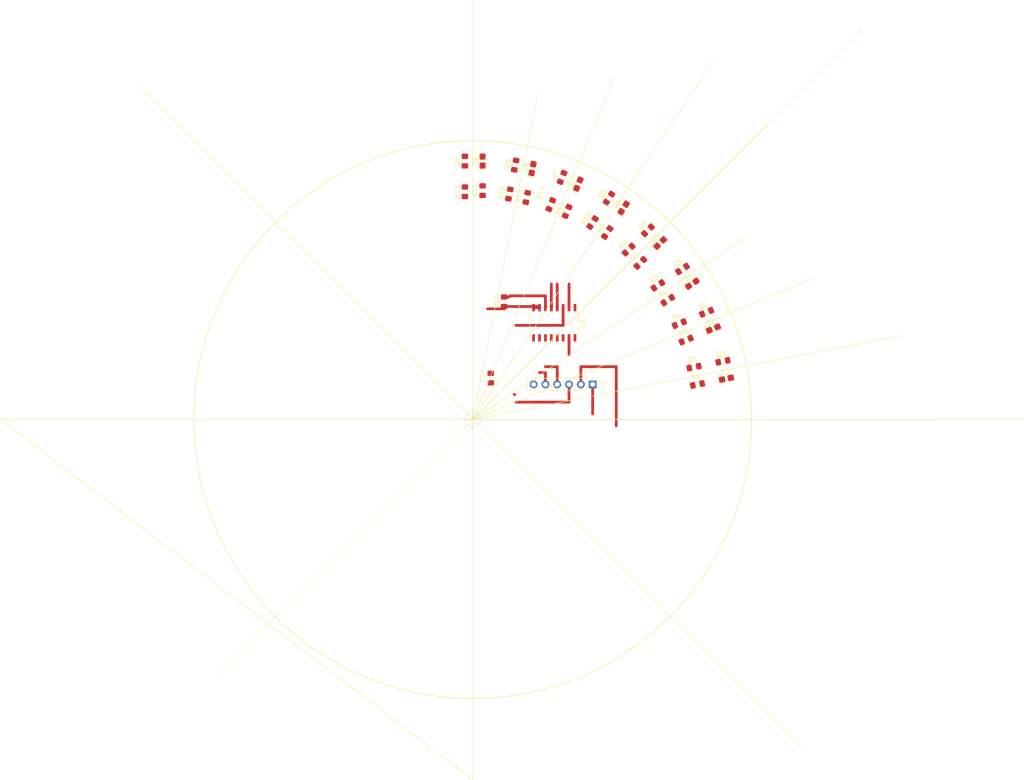
<source format=kicad_pcb>
(kicad_pcb (version 20171130) (host pcbnew "(5.1.4)-1")

  (general
    (thickness 1.6)
    (drawings 17)
    (tracks 27)
    (zones 0)
    (modules 36)
    (nets 24)
  )

  (page A4)
  (layers
    (0 F.Cu signal)
    (31 B.Cu signal)
    (32 B.Adhes user)
    (33 F.Adhes user)
    (34 B.Paste user hide)
    (35 F.Paste user)
    (36 B.SilkS user hide)
    (37 F.SilkS user)
    (38 B.Mask user)
    (39 F.Mask user)
    (40 Dwgs.User user)
    (41 Cmts.User user)
    (42 Eco1.User user)
    (43 Eco2.User user)
    (44 Edge.Cuts user)
    (45 Margin user)
    (46 B.CrtYd user)
    (47 F.CrtYd user)
    (48 B.Fab user)
    (49 F.Fab user)
  )

  (setup
    (last_trace_width 0.6)
    (user_trace_width 0.6)
    (user_trace_width 0.8)
    (user_trace_width 1)
    (trace_clearance 0.2)
    (zone_clearance 0.508)
    (zone_45_only no)
    (trace_min 0.2)
    (via_size 0.8)
    (via_drill 0.4)
    (via_min_size 0.4)
    (via_min_drill 0.3)
    (uvia_size 0.3)
    (uvia_drill 0.1)
    (uvias_allowed no)
    (uvia_min_size 0.2)
    (uvia_min_drill 0.1)
    (edge_width 0.05)
    (segment_width 0.2)
    (pcb_text_width 0.3)
    (pcb_text_size 1.5 1.5)
    (mod_edge_width 0.12)
    (mod_text_size 1 1)
    (mod_text_width 0.15)
    (pad_size 1.524 1.524)
    (pad_drill 0.762)
    (pad_to_mask_clearance 0.051)
    (solder_mask_min_width 0.25)
    (aux_axis_origin 0 0)
    (visible_elements FFFFFF7F)
    (pcbplotparams
      (layerselection 0x010fc_ffffffff)
      (usegerberextensions false)
      (usegerberattributes false)
      (usegerberadvancedattributes false)
      (creategerberjobfile false)
      (excludeedgelayer true)
      (linewidth 0.100000)
      (plotframeref false)
      (viasonmask false)
      (mode 1)
      (useauxorigin false)
      (hpglpennumber 1)
      (hpglpenspeed 20)
      (hpglpendiameter 15.000000)
      (psnegative false)
      (psa4output false)
      (plotreference true)
      (plotvalue true)
      (plotinvisibletext false)
      (padsonsilk false)
      (subtractmaskfromsilk false)
      (outputformat 1)
      (mirror false)
      (drillshape 1)
      (scaleselection 1)
      (outputdirectory ""))
  )

  (net 0 "")
  (net 1 "Net-(C1-Pad1)")
  (net 2 "Net-(C1-Pad2)")
  (net 3 "Net-(J1-Pad3)")
  (net 4 "Net-(J1-Pad4)")
  (net 5 "Net-(J1-Pad5)")
  (net 6 "Net-(J1-Pad6)")
  (net 7 "Net-(Q1-Pad1)")
  (net 8 "Net-(Q2-Pad1)")
  (net 9 "Net-(Q3-Pad1)")
  (net 10 "Net-(Q4-Pad1)")
  (net 11 "Net-(Q5-Pad1)")
  (net 12 "Net-(Q6-Pad1)")
  (net 13 "Net-(Q7-Pad1)")
  (net 14 "Net-(Q8-Pad1)")
  (net 15 "Net-(D1-Pad1)")
  (net 16 "Net-(D2-Pad1)")
  (net 17 "Net-(D3-Pad1)")
  (net 18 "Net-(D4-Pad1)")
  (net 19 "Net-(D5-Pad1)")
  (net 20 "Net-(D6-Pad1)")
  (net 21 "Net-(D7-Pad1)")
  (net 22 "Net-(D8-Pad1)")
  (net 23 "Net-(R17-Pad2)")

  (net_class Default "Это класс цепей по умолчанию."
    (clearance 0.2)
    (trace_width 0.25)
    (via_dia 0.8)
    (via_drill 0.4)
    (uvia_dia 0.3)
    (uvia_drill 0.1)
    (add_net "Net-(C1-Pad1)")
    (add_net "Net-(C1-Pad2)")
    (add_net "Net-(D1-Pad1)")
    (add_net "Net-(D2-Pad1)")
    (add_net "Net-(D3-Pad1)")
    (add_net "Net-(D4-Pad1)")
    (add_net "Net-(D5-Pad1)")
    (add_net "Net-(D6-Pad1)")
    (add_net "Net-(D7-Pad1)")
    (add_net "Net-(D8-Pad1)")
    (add_net "Net-(J1-Pad3)")
    (add_net "Net-(J1-Pad4)")
    (add_net "Net-(J1-Pad5)")
    (add_net "Net-(J1-Pad6)")
    (add_net "Net-(Q1-Pad1)")
    (add_net "Net-(Q2-Pad1)")
    (add_net "Net-(Q3-Pad1)")
    (add_net "Net-(Q4-Pad1)")
    (add_net "Net-(Q5-Pad1)")
    (add_net "Net-(Q6-Pad1)")
    (add_net "Net-(Q7-Pad1)")
    (add_net "Net-(Q8-Pad1)")
    (add_net "Net-(R17-Pad2)")
  )

  (module Resistor_SMD:R_0805_2012Metric_Pad1.15x1.40mm_HandSolder (layer F.Cu) (tedit 5B36C52B) (tstamp 5DF3DDC0)
    (at 134.892537 65.801701 78.7)
    (descr "Resistor SMD 0805 (2012 Metric), square (rectangular) end terminal, IPC_7351 nominal with elongated pad for handsoldering. (Body size source: https://docs.google.com/spreadsheets/d/1BsfQQcO9C6DZCsRaXUlFlo91Tg2WpOkGARC1WS5S8t0/edit?usp=sharing), generated with kicad-footprint-generator")
    (tags "resistor handsolder")
    (path /5DF4C7C0)
    (attr smd)
    (fp_text reference R16 (at 0 -1.65 78.7) (layer F.SilkS)
      (effects (font (size 1 1) (thickness 0.15)))
    )
    (fp_text value R (at 0 1.65 78.7) (layer F.Fab)
      (effects (font (size 1 1) (thickness 0.15)))
    )
    (fp_text user %R (at 0 0 78.7) (layer F.Fab)
      (effects (font (size 0.5 0.5) (thickness 0.08)))
    )
    (fp_line (start 1.85 0.95) (end -1.85 0.95) (layer F.CrtYd) (width 0.05))
    (fp_line (start 1.85 -0.95) (end 1.85 0.95) (layer F.CrtYd) (width 0.05))
    (fp_line (start -1.85 -0.95) (end 1.85 -0.95) (layer F.CrtYd) (width 0.05))
    (fp_line (start -1.85 0.95) (end -1.85 -0.95) (layer F.CrtYd) (width 0.05))
    (fp_line (start -0.261252 0.71) (end 0.261252 0.71) (layer F.SilkS) (width 0.12))
    (fp_line (start -0.261252 -0.71) (end 0.261252 -0.71) (layer F.SilkS) (width 0.12))
    (fp_line (start 1 0.6) (end -1 0.6) (layer F.Fab) (width 0.1))
    (fp_line (start 1 -0.6) (end 1 0.6) (layer F.Fab) (width 0.1))
    (fp_line (start -1 -0.6) (end 1 -0.6) (layer F.Fab) (width 0.1))
    (fp_line (start -1 0.6) (end -1 -0.6) (layer F.Fab) (width 0.1))
    (pad 2 smd roundrect (at 1.025 0 78.7) (size 1.15 1.4) (layers F.Cu F.Paste F.Mask) (roundrect_rratio 0.217391)
      (net 14 "Net-(Q8-Pad1)"))
    (pad 1 smd roundrect (at -1.025 0 78.7) (size 1.15 1.4) (layers F.Cu F.Paste F.Mask) (roundrect_rratio 0.217391)
      (net 2 "Net-(C1-Pad2)"))
    (model ${KISYS3DMOD}/Resistor_SMD.3dshapes/R_0805_2012Metric.wrl
      (at (xyz 0 0 0))
      (scale (xyz 1 1 1))
      (rotate (xyz 0 0 0))
    )
  )

  (module Resistor_SMD:R_0805_2012Metric_Pad1.15x1.40mm_HandSolder (layer F.Cu) (tedit 5B36C52B) (tstamp 5DF3DDAF)
    (at 138.628679 66.548256 78.7)
    (descr "Resistor SMD 0805 (2012 Metric), square (rectangular) end terminal, IPC_7351 nominal with elongated pad for handsoldering. (Body size source: https://docs.google.com/spreadsheets/d/1BsfQQcO9C6DZCsRaXUlFlo91Tg2WpOkGARC1WS5S8t0/edit?usp=sharing), generated with kicad-footprint-generator")
    (tags "resistor handsolder")
    (path /5DF4C7BA)
    (attr smd)
    (fp_text reference R15 (at 0 -1.65 78.7) (layer F.SilkS)
      (effects (font (size 1 1) (thickness 0.15)))
    )
    (fp_text value R (at 0 1.65 78.7) (layer F.Fab)
      (effects (font (size 1 1) (thickness 0.15)))
    )
    (fp_text user %R (at 0 0 78.7) (layer F.Fab)
      (effects (font (size 0.5 0.5) (thickness 0.08)))
    )
    (fp_line (start 1.85 0.95) (end -1.85 0.95) (layer F.CrtYd) (width 0.05))
    (fp_line (start 1.85 -0.95) (end 1.85 0.95) (layer F.CrtYd) (width 0.05))
    (fp_line (start -1.85 -0.95) (end 1.85 -0.95) (layer F.CrtYd) (width 0.05))
    (fp_line (start -1.85 0.95) (end -1.85 -0.95) (layer F.CrtYd) (width 0.05))
    (fp_line (start -0.261252 0.71) (end 0.261252 0.71) (layer F.SilkS) (width 0.12))
    (fp_line (start -0.261252 -0.71) (end 0.261252 -0.71) (layer F.SilkS) (width 0.12))
    (fp_line (start 1 0.6) (end -1 0.6) (layer F.Fab) (width 0.1))
    (fp_line (start 1 -0.6) (end 1 0.6) (layer F.Fab) (width 0.1))
    (fp_line (start -1 -0.6) (end 1 -0.6) (layer F.Fab) (width 0.1))
    (fp_line (start -1 0.6) (end -1 -0.6) (layer F.Fab) (width 0.1))
    (pad 2 smd roundrect (at 1.025 0 78.7) (size 1.15 1.4) (layers F.Cu F.Paste F.Mask) (roundrect_rratio 0.217391)
      (net 22 "Net-(D8-Pad1)"))
    (pad 1 smd roundrect (at -1.025 0 78.7) (size 1.15 1.4) (layers F.Cu F.Paste F.Mask) (roundrect_rratio 0.217391)
      (net 2 "Net-(C1-Pad2)"))
    (model ${KISYS3DMOD}/Resistor_SMD.3dshapes/R_0805_2012Metric.wrl
      (at (xyz 0 0 0))
      (scale (xyz 1 1 1))
      (rotate (xyz 0 0 0))
    )
  )

  (module Resistor_SMD:R_0805_2012Metric_Pad1.15x1.40mm_HandSolder (layer F.Cu) (tedit 5B36C52B) (tstamp 5DF3DCB0)
    (at 136.136795 59.574798 78.7)
    (descr "Resistor SMD 0805 (2012 Metric), square (rectangular) end terminal, IPC_7351 nominal with elongated pad for handsoldering. (Body size source: https://docs.google.com/spreadsheets/d/1BsfQQcO9C6DZCsRaXUlFlo91Tg2WpOkGARC1WS5S8t0/edit?usp=sharing), generated with kicad-footprint-generator")
    (tags "resistor handsolder")
    (path /5DF4C7CC)
    (attr smd)
    (fp_text reference Q8 (at 0 -1.65 78.7) (layer F.SilkS)
      (effects (font (size 1 1) (thickness 0.15)))
    )
    (fp_text value SFH300 (at 0 1.65 78.7) (layer F.Fab)
      (effects (font (size 1 1) (thickness 0.15)))
    )
    (fp_text user %R (at 0 0 78.7) (layer F.Fab)
      (effects (font (size 0.5 0.5) (thickness 0.08)))
    )
    (fp_line (start 1.85 0.95) (end -1.85 0.95) (layer F.CrtYd) (width 0.05))
    (fp_line (start 1.85 -0.95) (end 1.85 0.95) (layer F.CrtYd) (width 0.05))
    (fp_line (start -1.85 -0.95) (end 1.85 -0.95) (layer F.CrtYd) (width 0.05))
    (fp_line (start -1.85 0.95) (end -1.85 -0.95) (layer F.CrtYd) (width 0.05))
    (fp_line (start -0.261252 0.71) (end 0.261252 0.71) (layer F.SilkS) (width 0.12))
    (fp_line (start -0.261252 -0.71) (end 0.261252 -0.71) (layer F.SilkS) (width 0.12))
    (fp_line (start 1 0.6) (end -1 0.6) (layer F.Fab) (width 0.1))
    (fp_line (start 1 -0.6) (end 1 0.6) (layer F.Fab) (width 0.1))
    (fp_line (start -1 -0.6) (end 1 -0.6) (layer F.Fab) (width 0.1))
    (fp_line (start -1 0.6) (end -1 -0.6) (layer F.Fab) (width 0.1))
    (pad 2 smd roundrect (at 1.025 0 78.7) (size 1.15 1.4) (layers F.Cu F.Paste F.Mask) (roundrect_rratio 0.217391)
      (net 1 "Net-(C1-Pad1)"))
    (pad 1 smd roundrect (at -1.025 0 78.7) (size 1.15 1.4) (layers F.Cu F.Paste F.Mask) (roundrect_rratio 0.217391)
      (net 14 "Net-(Q8-Pad1)"))
    (model ${KISYS3DMOD}/Resistor_SMD.3dshapes/R_0805_2012Metric.wrl
      (at (xyz 0 0 0))
      (scale (xyz 1 1 1))
      (rotate (xyz 0 0 0))
    )
  )

  (module LED_SMD:LED_0805_2012Metric_Castellated (layer F.Cu) (tedit 5B36C52C) (tstamp 5DF3DC0E)
    (at 139.872937 60.321353 78.7)
    (descr "LED SMD 0805 (2012 Metric), castellated end terminal, IPC_7351 nominal, (Body size source: https://docs.google.com/spreadsheets/d/1BsfQQcO9C6DZCsRaXUlFlo91Tg2WpOkGARC1WS5S8t0/edit?usp=sharing), generated with kicad-footprint-generator")
    (tags "LED castellated")
    (path /5DF4C7C6)
    (attr smd)
    (fp_text reference D8 (at 0 -1.6 78.7) (layer F.SilkS)
      (effects (font (size 1 1) (thickness 0.15)))
    )
    (fp_text value LED (at 0 1.6 78.7) (layer F.Fab)
      (effects (font (size 1 1) (thickness 0.15)))
    )
    (fp_text user %R (at 0 0 78.7) (layer F.Fab)
      (effects (font (size 0.5 0.5) (thickness 0.08)))
    )
    (fp_line (start 1.88 0.9) (end -1.88 0.9) (layer F.CrtYd) (width 0.05))
    (fp_line (start 1.88 -0.9) (end 1.88 0.9) (layer F.CrtYd) (width 0.05))
    (fp_line (start -1.88 -0.9) (end 1.88 -0.9) (layer F.CrtYd) (width 0.05))
    (fp_line (start -1.88 0.9) (end -1.88 -0.9) (layer F.CrtYd) (width 0.05))
    (fp_line (start -1.885 0.91) (end 1 0.91) (layer F.SilkS) (width 0.12))
    (fp_line (start -1.885 -0.91) (end -1.885 0.91) (layer F.SilkS) (width 0.12))
    (fp_line (start 1 -0.91) (end -1.885 -0.91) (layer F.SilkS) (width 0.12))
    (fp_line (start 1 0.6) (end 1 -0.6) (layer F.Fab) (width 0.1))
    (fp_line (start -1 0.6) (end 1 0.6) (layer F.Fab) (width 0.1))
    (fp_line (start -1 -0.3) (end -1 0.6) (layer F.Fab) (width 0.1))
    (fp_line (start -0.7 -0.6) (end -1 -0.3) (layer F.Fab) (width 0.1))
    (fp_line (start 1 -0.6) (end -0.7 -0.6) (layer F.Fab) (width 0.1))
    (pad 2 smd roundrect (at 0.9625 0 78.7) (size 1.325 1.3) (layers F.Cu F.Paste F.Mask) (roundrect_rratio 0.192308)
      (net 1 "Net-(C1-Pad1)"))
    (pad 1 smd roundrect (at -0.9625 0 78.7) (size 1.325 1.3) (layers F.Cu F.Paste F.Mask) (roundrect_rratio 0.192308)
      (net 22 "Net-(D8-Pad1)"))
    (model ${KISYS3DMOD}/LED_SMD.3dshapes/LED_0805_2012Metric_Castellated.wrl
      (at (xyz 0 0 0))
      (scale (xyz 1 1 1))
      (rotate (xyz 0 0 0))
    )
  )

  (module Package_SO:SOP-16_4.55x10.3mm_P1.27mm (layer F.Cu) (tedit 5C5B553D) (tstamp 5DF3DDF8)
    (at 144.555 93.49 270)
    (descr "SOP, 16 Pin (https://toshiba.semicon-storage.com/info/docget.jsp?did=12855&prodName=TLP290-4), generated with kicad-footprint-generator ipc_gullwing_generator.py")
    (tags "SOP SO")
    (path /5DF3FCD1)
    (attr smd)
    (fp_text reference U1 (at 0 -6.1 90) (layer F.SilkS)
      (effects (font (size 1 1) (thickness 0.15)))
    )
    (fp_text value 74HC4051 (at 0 6.1 90) (layer F.Fab)
      (effects (font (size 1 1) (thickness 0.15)))
    )
    (fp_text user %R (at 0 0 90) (layer F.Fab)
      (effects (font (size 1 1) (thickness 0.15)))
    )
    (fp_line (start 4.3 -5.4) (end -4.3 -5.4) (layer F.CrtYd) (width 0.05))
    (fp_line (start 4.3 5.4) (end 4.3 -5.4) (layer F.CrtYd) (width 0.05))
    (fp_line (start -4.3 5.4) (end 4.3 5.4) (layer F.CrtYd) (width 0.05))
    (fp_line (start -4.3 -5.4) (end -4.3 5.4) (layer F.CrtYd) (width 0.05))
    (fp_line (start -2.275 -4.15) (end -1.275 -5.15) (layer F.Fab) (width 0.1))
    (fp_line (start -2.275 5.15) (end -2.275 -4.15) (layer F.Fab) (width 0.1))
    (fp_line (start 2.275 5.15) (end -2.275 5.15) (layer F.Fab) (width 0.1))
    (fp_line (start 2.275 -5.15) (end 2.275 5.15) (layer F.Fab) (width 0.1))
    (fp_line (start -1.275 -5.15) (end 2.275 -5.15) (layer F.Fab) (width 0.1))
    (fp_line (start -2.385 -5.005) (end -4.05 -5.005) (layer F.SilkS) (width 0.12))
    (fp_line (start -2.385 -5.26) (end -2.385 -5.005) (layer F.SilkS) (width 0.12))
    (fp_line (start 0 -5.26) (end -2.385 -5.26) (layer F.SilkS) (width 0.12))
    (fp_line (start 2.385 -5.26) (end 2.385 -5.005) (layer F.SilkS) (width 0.12))
    (fp_line (start 0 -5.26) (end 2.385 -5.26) (layer F.SilkS) (width 0.12))
    (fp_line (start -2.385 5.26) (end -2.385 5.005) (layer F.SilkS) (width 0.12))
    (fp_line (start 0 5.26) (end -2.385 5.26) (layer F.SilkS) (width 0.12))
    (fp_line (start 2.385 5.26) (end 2.385 5.005) (layer F.SilkS) (width 0.12))
    (fp_line (start 0 5.26) (end 2.385 5.26) (layer F.SilkS) (width 0.12))
    (pad 16 smd roundrect (at 3.25 -4.445 270) (size 1.6 0.6) (layers F.Cu F.Paste F.Mask) (roundrect_rratio 0.25)
      (net 1 "Net-(C1-Pad1)"))
    (pad 15 smd roundrect (at 3.25 -3.175 270) (size 1.6 0.6) (layers F.Cu F.Paste F.Mask) (roundrect_rratio 0.25)
      (net 9 "Net-(Q3-Pad1)"))
    (pad 14 smd roundrect (at 3.25 -1.905 270) (size 1.6 0.6) (layers F.Cu F.Paste F.Mask) (roundrect_rratio 0.25)
      (net 8 "Net-(Q2-Pad1)"))
    (pad 13 smd roundrect (at 3.25 -0.635 270) (size 1.6 0.6) (layers F.Cu F.Paste F.Mask) (roundrect_rratio 0.25)
      (net 7 "Net-(Q1-Pad1)"))
    (pad 12 smd roundrect (at 3.25 0.635 270) (size 1.6 0.6) (layers F.Cu F.Paste F.Mask) (roundrect_rratio 0.25)
      (net 10 "Net-(Q4-Pad1)"))
    (pad 11 smd roundrect (at 3.25 1.905 270) (size 1.6 0.6) (layers F.Cu F.Paste F.Mask) (roundrect_rratio 0.25)
      (net 4 "Net-(J1-Pad4)"))
    (pad 10 smd roundrect (at 3.25 3.175 270) (size 1.6 0.6) (layers F.Cu F.Paste F.Mask) (roundrect_rratio 0.25)
      (net 5 "Net-(J1-Pad5)"))
    (pad 9 smd roundrect (at 3.25 4.445 270) (size 1.6 0.6) (layers F.Cu F.Paste F.Mask) (roundrect_rratio 0.25)
      (net 6 "Net-(J1-Pad6)"))
    (pad 8 smd roundrect (at -3.25 4.445 270) (size 1.6 0.6) (layers F.Cu F.Paste F.Mask) (roundrect_rratio 0.25)
      (net 2 "Net-(C1-Pad2)"))
    (pad 7 smd roundrect (at -3.25 3.175 270) (size 1.6 0.6) (layers F.Cu F.Paste F.Mask) (roundrect_rratio 0.25)
      (net 2 "Net-(C1-Pad2)"))
    (pad 6 smd roundrect (at -3.25 1.905 270) (size 1.6 0.6) (layers F.Cu F.Paste F.Mask) (roundrect_rratio 0.25)
      (net 23 "Net-(R17-Pad2)"))
    (pad 5 smd roundrect (at -3.25 0.635 270) (size 1.6 0.6) (layers F.Cu F.Paste F.Mask) (roundrect_rratio 0.25)
      (net 12 "Net-(Q6-Pad1)"))
    (pad 4 smd roundrect (at -3.25 -0.635 270) (size 1.6 0.6) (layers F.Cu F.Paste F.Mask) (roundrect_rratio 0.25)
      (net 14 "Net-(Q8-Pad1)"))
    (pad 3 smd roundrect (at -3.25 -1.905 270) (size 1.6 0.6) (layers F.Cu F.Paste F.Mask) (roundrect_rratio 0.25)
      (net 3 "Net-(J1-Pad3)"))
    (pad 2 smd roundrect (at -3.25 -3.175 270) (size 1.6 0.6) (layers F.Cu F.Paste F.Mask) (roundrect_rratio 0.25)
      (net 13 "Net-(Q7-Pad1)"))
    (pad 1 smd roundrect (at -3.25 -4.445 270) (size 1.6 0.6) (layers F.Cu F.Paste F.Mask) (roundrect_rratio 0.25)
      (net 11 "Net-(Q5-Pad1)"))
    (model ${KISYS3DMOD}/Package_SO.3dshapes/SOP-16_4.55x10.3mm_P1.27mm.wrl
      (at (xyz 0 0 0))
      (scale (xyz 1 1 1))
      (rotate (xyz 0 0 0))
    )
  )

  (module Resistor_SMD:R_0805_2012Metric_Pad1.15x1.40mm_HandSolder (layer F.Cu) (tedit 5B36C52B) (tstamp 5DF3DDD1)
    (at 133.76 88.97 90)
    (descr "Resistor SMD 0805 (2012 Metric), square (rectangular) end terminal, IPC_7351 nominal with elongated pad for handsoldering. (Body size source: https://docs.google.com/spreadsheets/d/1BsfQQcO9C6DZCsRaXUlFlo91Tg2WpOkGARC1WS5S8t0/edit?usp=sharing), generated with kicad-footprint-generator")
    (tags "resistor handsolder")
    (path /5DFA6CFC)
    (attr smd)
    (fp_text reference R17 (at 0 -1.65 90) (layer F.SilkS)
      (effects (font (size 1 1) (thickness 0.15)))
    )
    (fp_text value R (at 0 1.65 90) (layer F.Fab)
      (effects (font (size 1 1) (thickness 0.15)))
    )
    (fp_text user %R (at 0 0 90) (layer F.Fab)
      (effects (font (size 0.5 0.5) (thickness 0.08)))
    )
    (fp_line (start 1.85 0.95) (end -1.85 0.95) (layer F.CrtYd) (width 0.05))
    (fp_line (start 1.85 -0.95) (end 1.85 0.95) (layer F.CrtYd) (width 0.05))
    (fp_line (start -1.85 -0.95) (end 1.85 -0.95) (layer F.CrtYd) (width 0.05))
    (fp_line (start -1.85 0.95) (end -1.85 -0.95) (layer F.CrtYd) (width 0.05))
    (fp_line (start -0.261252 0.71) (end 0.261252 0.71) (layer F.SilkS) (width 0.12))
    (fp_line (start -0.261252 -0.71) (end 0.261252 -0.71) (layer F.SilkS) (width 0.12))
    (fp_line (start 1 0.6) (end -1 0.6) (layer F.Fab) (width 0.1))
    (fp_line (start 1 -0.6) (end 1 0.6) (layer F.Fab) (width 0.1))
    (fp_line (start -1 -0.6) (end 1 -0.6) (layer F.Fab) (width 0.1))
    (fp_line (start -1 0.6) (end -1 -0.6) (layer F.Fab) (width 0.1))
    (pad 2 smd roundrect (at 1.025 0 90) (size 1.15 1.4) (layers F.Cu F.Paste F.Mask) (roundrect_rratio 0.217391)
      (net 23 "Net-(R17-Pad2)"))
    (pad 1 smd roundrect (at -1.025 0 90) (size 1.15 1.4) (layers F.Cu F.Paste F.Mask) (roundrect_rratio 0.217391)
      (net 2 "Net-(C1-Pad2)"))
    (model ${KISYS3DMOD}/Resistor_SMD.3dshapes/R_0805_2012Metric.wrl
      (at (xyz 0 0 0))
      (scale (xyz 1 1 1))
      (rotate (xyz 0 0 0))
    )
  )

  (module Resistor_SMD:R_0805_2012Metric_Pad1.15x1.40mm_HandSolder (layer F.Cu) (tedit 5B36C52B) (tstamp 5DF3DD9E)
    (at 143.795965 68.078907 67.5)
    (descr "Resistor SMD 0805 (2012 Metric), square (rectangular) end terminal, IPC_7351 nominal with elongated pad for handsoldering. (Body size source: https://docs.google.com/spreadsheets/d/1BsfQQcO9C6DZCsRaXUlFlo91Tg2WpOkGARC1WS5S8t0/edit?usp=sharing), generated with kicad-footprint-generator")
    (tags "resistor handsolder")
    (path /5DF4C7A3)
    (attr smd)
    (fp_text reference R14 (at 1.5 -3 67.5) (layer F.SilkS)
      (effects (font (size 1 1) (thickness 0.15)))
    )
    (fp_text value R (at 0 1.65 67.5) (layer F.Fab)
      (effects (font (size 1 1) (thickness 0.15)))
    )
    (fp_text user %R (at 0 0 67.5) (layer F.Fab)
      (effects (font (size 0.5 0.5) (thickness 0.08)))
    )
    (fp_line (start 1.85 0.95) (end -1.85 0.95) (layer F.CrtYd) (width 0.05))
    (fp_line (start 1.85 -0.95) (end 1.85 0.95) (layer F.CrtYd) (width 0.05))
    (fp_line (start -1.85 -0.95) (end 1.85 -0.95) (layer F.CrtYd) (width 0.05))
    (fp_line (start -1.85 0.95) (end -1.85 -0.95) (layer F.CrtYd) (width 0.05))
    (fp_line (start -0.261252 0.71) (end 0.261252 0.71) (layer F.SilkS) (width 0.12))
    (fp_line (start -0.261252 -0.71) (end 0.261252 -0.71) (layer F.SilkS) (width 0.12))
    (fp_line (start 1 0.6) (end -1 0.6) (layer F.Fab) (width 0.1))
    (fp_line (start 1 -0.6) (end 1 0.6) (layer F.Fab) (width 0.1))
    (fp_line (start -1 -0.6) (end 1 -0.6) (layer F.Fab) (width 0.1))
    (fp_line (start -1 0.6) (end -1 -0.6) (layer F.Fab) (width 0.1))
    (pad 2 smd roundrect (at 1.025 0 67.5) (size 1.15 1.4) (layers F.Cu F.Paste F.Mask) (roundrect_rratio 0.217391)
      (net 13 "Net-(Q7-Pad1)"))
    (pad 1 smd roundrect (at -1.025 0 67.5) (size 1.15 1.4) (layers F.Cu F.Paste F.Mask) (roundrect_rratio 0.217391)
      (net 2 "Net-(C1-Pad2)"))
    (model ${KISYS3DMOD}/Resistor_SMD.3dshapes/R_0805_2012Metric.wrl
      (at (xyz 0 0 0))
      (scale (xyz 1 1 1))
      (rotate (xyz 0 0 0))
    )
  )

  (module Resistor_SMD:R_0805_2012Metric_Pad1.15x1.40mm_HandSolder (layer F.Cu) (tedit 5B36C52B) (tstamp 5DF3DD8D)
    (at 147.315946 69.53693 67.5)
    (descr "Resistor SMD 0805 (2012 Metric), square (rectangular) end terminal, IPC_7351 nominal with elongated pad for handsoldering. (Body size source: https://docs.google.com/spreadsheets/d/1BsfQQcO9C6DZCsRaXUlFlo91Tg2WpOkGARC1WS5S8t0/edit?usp=sharing), generated with kicad-footprint-generator")
    (tags "resistor handsolder")
    (path /5DF4C79D)
    (attr smd)
    (fp_text reference R13 (at 0 -1.65 67.5) (layer F.SilkS)
      (effects (font (size 1 1) (thickness 0.15)))
    )
    (fp_text value R (at 0 1.65 67.5) (layer F.Fab)
      (effects (font (size 1 1) (thickness 0.15)))
    )
    (fp_text user %R (at 0 0 67.5) (layer F.Fab)
      (effects (font (size 0.5 0.5) (thickness 0.08)))
    )
    (fp_line (start 1.85 0.95) (end -1.85 0.95) (layer F.CrtYd) (width 0.05))
    (fp_line (start 1.85 -0.95) (end 1.85 0.95) (layer F.CrtYd) (width 0.05))
    (fp_line (start -1.85 -0.95) (end 1.85 -0.95) (layer F.CrtYd) (width 0.05))
    (fp_line (start -1.85 0.95) (end -1.85 -0.95) (layer F.CrtYd) (width 0.05))
    (fp_line (start -0.261252 0.71) (end 0.261252 0.71) (layer F.SilkS) (width 0.12))
    (fp_line (start -0.261252 -0.71) (end 0.261252 -0.71) (layer F.SilkS) (width 0.12))
    (fp_line (start 1 0.6) (end -1 0.6) (layer F.Fab) (width 0.1))
    (fp_line (start 1 -0.6) (end 1 0.6) (layer F.Fab) (width 0.1))
    (fp_line (start -1 -0.6) (end 1 -0.6) (layer F.Fab) (width 0.1))
    (fp_line (start -1 0.6) (end -1 -0.6) (layer F.Fab) (width 0.1))
    (pad 2 smd roundrect (at 1.025 0 67.5) (size 1.15 1.4) (layers F.Cu F.Paste F.Mask) (roundrect_rratio 0.217391)
      (net 21 "Net-(D7-Pad1)"))
    (pad 1 smd roundrect (at -1.025 0 67.5) (size 1.15 1.4) (layers F.Cu F.Paste F.Mask) (roundrect_rratio 0.217391)
      (net 2 "Net-(C1-Pad2)"))
    (model ${KISYS3DMOD}/Resistor_SMD.3dshapes/R_0805_2012Metric.wrl
      (at (xyz 0 0 0))
      (scale (xyz 1 1 1))
      (rotate (xyz 0 0 0))
    )
  )

  (module Resistor_SMD:R_0805_2012Metric_Pad1.15x1.40mm_HandSolder (layer F.Cu) (tedit 5B36C52B) (tstamp 5DF3DD7C)
    (at 125.33 65.315 90)
    (descr "Resistor SMD 0805 (2012 Metric), square (rectangular) end terminal, IPC_7351 nominal with elongated pad for handsoldering. (Body size source: https://docs.google.com/spreadsheets/d/1BsfQQcO9C6DZCsRaXUlFlo91Tg2WpOkGARC1WS5S8t0/edit?usp=sharing), generated with kicad-footprint-generator")
    (tags "resistor handsolder")
    (path /5DF4C786)
    (attr smd)
    (fp_text reference R12 (at 0 -1.65 90) (layer F.SilkS)
      (effects (font (size 1 1) (thickness 0.15)))
    )
    (fp_text value R (at 0 1.65 90) (layer F.Fab)
      (effects (font (size 1 1) (thickness 0.15)))
    )
    (fp_text user %R (at 0 0 90) (layer F.Fab)
      (effects (font (size 0.5 0.5) (thickness 0.08)))
    )
    (fp_line (start 1.85 0.95) (end -1.85 0.95) (layer F.CrtYd) (width 0.05))
    (fp_line (start 1.85 -0.95) (end 1.85 0.95) (layer F.CrtYd) (width 0.05))
    (fp_line (start -1.85 -0.95) (end 1.85 -0.95) (layer F.CrtYd) (width 0.05))
    (fp_line (start -1.85 0.95) (end -1.85 -0.95) (layer F.CrtYd) (width 0.05))
    (fp_line (start -0.261252 0.71) (end 0.261252 0.71) (layer F.SilkS) (width 0.12))
    (fp_line (start -0.261252 -0.71) (end 0.261252 -0.71) (layer F.SilkS) (width 0.12))
    (fp_line (start 1 0.6) (end -1 0.6) (layer F.Fab) (width 0.1))
    (fp_line (start 1 -0.6) (end 1 0.6) (layer F.Fab) (width 0.1))
    (fp_line (start -1 -0.6) (end 1 -0.6) (layer F.Fab) (width 0.1))
    (fp_line (start -1 0.6) (end -1 -0.6) (layer F.Fab) (width 0.1))
    (pad 2 smd roundrect (at 1.025 0 90) (size 1.15 1.4) (layers F.Cu F.Paste F.Mask) (roundrect_rratio 0.217391)
      (net 12 "Net-(Q6-Pad1)"))
    (pad 1 smd roundrect (at -1.025 0 90) (size 1.15 1.4) (layers F.Cu F.Paste F.Mask) (roundrect_rratio 0.217391)
      (net 2 "Net-(C1-Pad2)"))
    (model ${KISYS3DMOD}/Resistor_SMD.3dshapes/R_0805_2012Metric.wrl
      (at (xyz 0 0 0))
      (scale (xyz 1 1 1))
      (rotate (xyz 0 0 0))
    )
  )

  (module Resistor_SMD:R_0805_2012Metric_Pad1.15x1.40mm_HandSolder (layer F.Cu) (tedit 5B36C52B) (tstamp 5DF3DD6B)
    (at 129.14 65.07 90)
    (descr "Resistor SMD 0805 (2012 Metric), square (rectangular) end terminal, IPC_7351 nominal with elongated pad for handsoldering. (Body size source: https://docs.google.com/spreadsheets/d/1BsfQQcO9C6DZCsRaXUlFlo91Tg2WpOkGARC1WS5S8t0/edit?usp=sharing), generated with kicad-footprint-generator")
    (tags "resistor handsolder")
    (path /5DF4C780)
    (attr smd)
    (fp_text reference R11 (at 0 -1.65 90) (layer F.SilkS)
      (effects (font (size 1 1) (thickness 0.15)))
    )
    (fp_text value R (at 0 1.65 90) (layer F.Fab)
      (effects (font (size 1 1) (thickness 0.15)))
    )
    (fp_text user %R (at 0 0 90) (layer F.Fab)
      (effects (font (size 0.5 0.5) (thickness 0.08)))
    )
    (fp_line (start 1.85 0.95) (end -1.85 0.95) (layer F.CrtYd) (width 0.05))
    (fp_line (start 1.85 -0.95) (end 1.85 0.95) (layer F.CrtYd) (width 0.05))
    (fp_line (start -1.85 -0.95) (end 1.85 -0.95) (layer F.CrtYd) (width 0.05))
    (fp_line (start -1.85 0.95) (end -1.85 -0.95) (layer F.CrtYd) (width 0.05))
    (fp_line (start -0.261252 0.71) (end 0.261252 0.71) (layer F.SilkS) (width 0.12))
    (fp_line (start -0.261252 -0.71) (end 0.261252 -0.71) (layer F.SilkS) (width 0.12))
    (fp_line (start 1 0.6) (end -1 0.6) (layer F.Fab) (width 0.1))
    (fp_line (start 1 -0.6) (end 1 0.6) (layer F.Fab) (width 0.1))
    (fp_line (start -1 -0.6) (end 1 -0.6) (layer F.Fab) (width 0.1))
    (fp_line (start -1 0.6) (end -1 -0.6) (layer F.Fab) (width 0.1))
    (pad 2 smd roundrect (at 1.025 0 90) (size 1.15 1.4) (layers F.Cu F.Paste F.Mask) (roundrect_rratio 0.217391)
      (net 20 "Net-(D6-Pad1)"))
    (pad 1 smd roundrect (at -1.025 0 90) (size 1.15 1.4) (layers F.Cu F.Paste F.Mask) (roundrect_rratio 0.217391)
      (net 2 "Net-(C1-Pad2)"))
    (model ${KISYS3DMOD}/Resistor_SMD.3dshapes/R_0805_2012Metric.wrl
      (at (xyz 0 0 0))
      (scale (xyz 1 1 1))
      (rotate (xyz 0 0 0))
    )
  )

  (module Resistor_SMD:R_0805_2012Metric_Pad1.15x1.40mm_HandSolder (layer F.Cu) (tedit 5B36C52B) (tstamp 5DF3DD5A)
    (at 152.780379 71.95237 56.2)
    (descr "Resistor SMD 0805 (2012 Metric), square (rectangular) end terminal, IPC_7351 nominal with elongated pad for handsoldering. (Body size source: https://docs.google.com/spreadsheets/d/1BsfQQcO9C6DZCsRaXUlFlo91Tg2WpOkGARC1WS5S8t0/edit?usp=sharing), generated with kicad-footprint-generator")
    (tags "resistor handsolder")
    (path /5DF4C768)
    (attr smd)
    (fp_text reference R10 (at 0 -1.65 56.2) (layer F.SilkS)
      (effects (font (size 1 1) (thickness 0.15)))
    )
    (fp_text value R (at 0 1.65 56.2) (layer F.Fab)
      (effects (font (size 1 1) (thickness 0.15)))
    )
    (fp_text user %R (at 0 0 56.2) (layer F.Fab)
      (effects (font (size 0.5 0.5) (thickness 0.08)))
    )
    (fp_line (start 1.85 0.95) (end -1.85 0.95) (layer F.CrtYd) (width 0.05))
    (fp_line (start 1.85 -0.95) (end 1.85 0.95) (layer F.CrtYd) (width 0.05))
    (fp_line (start -1.85 -0.95) (end 1.85 -0.95) (layer F.CrtYd) (width 0.05))
    (fp_line (start -1.85 0.95) (end -1.85 -0.95) (layer F.CrtYd) (width 0.05))
    (fp_line (start -0.261252 0.71) (end 0.261252 0.71) (layer F.SilkS) (width 0.12))
    (fp_line (start -0.261252 -0.71) (end 0.261252 -0.71) (layer F.SilkS) (width 0.12))
    (fp_line (start 1 0.6) (end -1 0.6) (layer F.Fab) (width 0.1))
    (fp_line (start 1 -0.6) (end 1 0.6) (layer F.Fab) (width 0.1))
    (fp_line (start -1 -0.6) (end 1 -0.6) (layer F.Fab) (width 0.1))
    (fp_line (start -1 0.6) (end -1 -0.6) (layer F.Fab) (width 0.1))
    (pad 2 smd roundrect (at 1.025 0 56.2) (size 1.15 1.4) (layers F.Cu F.Paste F.Mask) (roundrect_rratio 0.217391)
      (net 11 "Net-(Q5-Pad1)"))
    (pad 1 smd roundrect (at -1.025 0 56.2) (size 1.15 1.4) (layers F.Cu F.Paste F.Mask) (roundrect_rratio 0.217391)
      (net 2 "Net-(C1-Pad2)"))
    (model ${KISYS3DMOD}/Resistor_SMD.3dshapes/R_0805_2012Metric.wrl
      (at (xyz 0 0 0))
      (scale (xyz 1 1 1))
      (rotate (xyz 0 0 0))
    )
  )

  (module Resistor_SMD:R_0805_2012Metric_Pad1.15x1.40mm_HandSolder (layer F.Cu) (tedit 5B36C52B) (tstamp 5DF3DD49)
    (at 155.94643 74.071856 56.2)
    (descr "Resistor SMD 0805 (2012 Metric), square (rectangular) end terminal, IPC_7351 nominal with elongated pad for handsoldering. (Body size source: https://docs.google.com/spreadsheets/d/1BsfQQcO9C6DZCsRaXUlFlo91Tg2WpOkGARC1WS5S8t0/edit?usp=sharing), generated with kicad-footprint-generator")
    (tags "resistor handsolder")
    (path /5DF4C762)
    (attr smd)
    (fp_text reference R9 (at 0 -1.65 56.2) (layer F.SilkS)
      (effects (font (size 1 1) (thickness 0.15)))
    )
    (fp_text value R (at 0 1.65 56.2) (layer F.Fab)
      (effects (font (size 1 1) (thickness 0.15)))
    )
    (fp_text user %R (at 0 0 56.2) (layer F.Fab)
      (effects (font (size 0.5 0.5) (thickness 0.08)))
    )
    (fp_line (start 1.85 0.95) (end -1.85 0.95) (layer F.CrtYd) (width 0.05))
    (fp_line (start 1.85 -0.95) (end 1.85 0.95) (layer F.CrtYd) (width 0.05))
    (fp_line (start -1.85 -0.95) (end 1.85 -0.95) (layer F.CrtYd) (width 0.05))
    (fp_line (start -1.85 0.95) (end -1.85 -0.95) (layer F.CrtYd) (width 0.05))
    (fp_line (start -0.261252 0.71) (end 0.261252 0.71) (layer F.SilkS) (width 0.12))
    (fp_line (start -0.261252 -0.71) (end 0.261252 -0.71) (layer F.SilkS) (width 0.12))
    (fp_line (start 1 0.6) (end -1 0.6) (layer F.Fab) (width 0.1))
    (fp_line (start 1 -0.6) (end 1 0.6) (layer F.Fab) (width 0.1))
    (fp_line (start -1 -0.6) (end 1 -0.6) (layer F.Fab) (width 0.1))
    (fp_line (start -1 0.6) (end -1 -0.6) (layer F.Fab) (width 0.1))
    (pad 2 smd roundrect (at 1.025 0 56.2) (size 1.15 1.4) (layers F.Cu F.Paste F.Mask) (roundrect_rratio 0.217391)
      (net 19 "Net-(D5-Pad1)"))
    (pad 1 smd roundrect (at -1.025 0 56.2) (size 1.15 1.4) (layers F.Cu F.Paste F.Mask) (roundrect_rratio 0.217391)
      (net 2 "Net-(C1-Pad2)"))
    (model ${KISYS3DMOD}/Resistor_SMD.3dshapes/R_0805_2012Metric.wrl
      (at (xyz 0 0 0))
      (scale (xyz 1 1 1))
      (rotate (xyz 0 0 0))
    )
  )

  (module Resistor_SMD:R_0805_2012Metric_Pad1.15x1.40mm_HandSolder (layer F.Cu) (tedit 5B36C52B) (tstamp 5DF3DD38)
    (at 160.543073 77.747098 45)
    (descr "Resistor SMD 0805 (2012 Metric), square (rectangular) end terminal, IPC_7351 nominal with elongated pad for handsoldering. (Body size source: https://docs.google.com/spreadsheets/d/1BsfQQcO9C6DZCsRaXUlFlo91Tg2WpOkGARC1WS5S8t0/edit?usp=sharing), generated with kicad-footprint-generator")
    (tags "resistor handsolder")
    (path /5DF459CE)
    (attr smd)
    (fp_text reference R8 (at 0 -1.65 45) (layer F.SilkS)
      (effects (font (size 1 1) (thickness 0.15)))
    )
    (fp_text value R (at 0 1.65 45) (layer F.Fab)
      (effects (font (size 1 1) (thickness 0.15)))
    )
    (fp_text user %R (at 0 0 45) (layer F.Fab)
      (effects (font (size 0.5 0.5) (thickness 0.08)))
    )
    (fp_line (start 1.85 0.95) (end -1.85 0.95) (layer F.CrtYd) (width 0.05))
    (fp_line (start 1.85 -0.95) (end 1.85 0.95) (layer F.CrtYd) (width 0.05))
    (fp_line (start -1.85 -0.95) (end 1.85 -0.95) (layer F.CrtYd) (width 0.05))
    (fp_line (start -1.85 0.95) (end -1.85 -0.95) (layer F.CrtYd) (width 0.05))
    (fp_line (start -0.261252 0.71) (end 0.261252 0.71) (layer F.SilkS) (width 0.12))
    (fp_line (start -0.261252 -0.71) (end 0.261252 -0.71) (layer F.SilkS) (width 0.12))
    (fp_line (start 1 0.6) (end -1 0.6) (layer F.Fab) (width 0.1))
    (fp_line (start 1 -0.6) (end 1 0.6) (layer F.Fab) (width 0.1))
    (fp_line (start -1 -0.6) (end 1 -0.6) (layer F.Fab) (width 0.1))
    (fp_line (start -1 0.6) (end -1 -0.6) (layer F.Fab) (width 0.1))
    (pad 2 smd roundrect (at 1.025 0 45) (size 1.15 1.4) (layers F.Cu F.Paste F.Mask) (roundrect_rratio 0.217391)
      (net 10 "Net-(Q4-Pad1)"))
    (pad 1 smd roundrect (at -1.025 0 45) (size 1.15 1.4) (layers F.Cu F.Paste F.Mask) (roundrect_rratio 0.217391)
      (net 2 "Net-(C1-Pad2)"))
    (model ${KISYS3DMOD}/Resistor_SMD.3dshapes/R_0805_2012Metric.wrl
      (at (xyz 0 0 0))
      (scale (xyz 1 1 1))
      (rotate (xyz 0 0 0))
    )
  )

  (module Resistor_SMD:R_0805_2012Metric_Pad1.15x1.40mm_HandSolder (layer F.Cu) (tedit 5B36C52B) (tstamp 5DF3DD27)
    (at 163.063909 80.614416 45)
    (descr "Resistor SMD 0805 (2012 Metric), square (rectangular) end terminal, IPC_7351 nominal with elongated pad for handsoldering. (Body size source: https://docs.google.com/spreadsheets/d/1BsfQQcO9C6DZCsRaXUlFlo91Tg2WpOkGARC1WS5S8t0/edit?usp=sharing), generated with kicad-footprint-generator")
    (tags "resistor handsolder")
    (path /5DF459C8)
    (attr smd)
    (fp_text reference R7 (at 0 -1.65 45) (layer F.SilkS)
      (effects (font (size 1 1) (thickness 0.15)))
    )
    (fp_text value R (at 0 1.65 45) (layer F.Fab)
      (effects (font (size 1 1) (thickness 0.15)))
    )
    (fp_text user %R (at 0 0 45) (layer F.Fab)
      (effects (font (size 0.5 0.5) (thickness 0.08)))
    )
    (fp_line (start 1.85 0.95) (end -1.85 0.95) (layer F.CrtYd) (width 0.05))
    (fp_line (start 1.85 -0.95) (end 1.85 0.95) (layer F.CrtYd) (width 0.05))
    (fp_line (start -1.85 -0.95) (end 1.85 -0.95) (layer F.CrtYd) (width 0.05))
    (fp_line (start -1.85 0.95) (end -1.85 -0.95) (layer F.CrtYd) (width 0.05))
    (fp_line (start -0.261252 0.71) (end 0.261252 0.71) (layer F.SilkS) (width 0.12))
    (fp_line (start -0.261252 -0.71) (end 0.261252 -0.71) (layer F.SilkS) (width 0.12))
    (fp_line (start 1 0.6) (end -1 0.6) (layer F.Fab) (width 0.1))
    (fp_line (start 1 -0.6) (end 1 0.6) (layer F.Fab) (width 0.1))
    (fp_line (start -1 -0.6) (end 1 -0.6) (layer F.Fab) (width 0.1))
    (fp_line (start -1 0.6) (end -1 -0.6) (layer F.Fab) (width 0.1))
    (pad 2 smd roundrect (at 1.025 0 45) (size 1.15 1.4) (layers F.Cu F.Paste F.Mask) (roundrect_rratio 0.217391)
      (net 18 "Net-(D4-Pad1)"))
    (pad 1 smd roundrect (at -1.025 0 45) (size 1.15 1.4) (layers F.Cu F.Paste F.Mask) (roundrect_rratio 0.217391)
      (net 2 "Net-(C1-Pad2)"))
    (model ${KISYS3DMOD}/Resistor_SMD.3dshapes/R_0805_2012Metric.wrl
      (at (xyz 0 0 0))
      (scale (xyz 1 1 1))
      (rotate (xyz 0 0 0))
    )
  )

  (module Resistor_SMD:R_0805_2012Metric_Pad1.15x1.40mm_HandSolder (layer F.Cu) (tedit 5B36C52B) (tstamp 5DF3DD16)
    (at 174.608306 103.027108 11.3)
    (descr "Resistor SMD 0805 (2012 Metric), square (rectangular) end terminal, IPC_7351 nominal with elongated pad for handsoldering. (Body size source: https://docs.google.com/spreadsheets/d/1BsfQQcO9C6DZCsRaXUlFlo91Tg2WpOkGARC1WS5S8t0/edit?usp=sharing), generated with kicad-footprint-generator")
    (tags "resistor handsolder")
    (path /5DF4426D)
    (attr smd)
    (fp_text reference R6 (at 0 -1.65 11.3) (layer F.SilkS)
      (effects (font (size 1 1) (thickness 0.15)))
    )
    (fp_text value R (at 0 1.65 11.3) (layer F.Fab)
      (effects (font (size 1 1) (thickness 0.15)))
    )
    (fp_text user %R (at 0 0 11.3) (layer F.Fab)
      (effects (font (size 0.5 0.5) (thickness 0.08)))
    )
    (fp_line (start 1.85 0.95) (end -1.85 0.95) (layer F.CrtYd) (width 0.05))
    (fp_line (start 1.85 -0.95) (end 1.85 0.95) (layer F.CrtYd) (width 0.05))
    (fp_line (start -1.85 -0.95) (end 1.85 -0.95) (layer F.CrtYd) (width 0.05))
    (fp_line (start -1.85 0.95) (end -1.85 -0.95) (layer F.CrtYd) (width 0.05))
    (fp_line (start -0.261252 0.71) (end 0.261252 0.71) (layer F.SilkS) (width 0.12))
    (fp_line (start -0.261252 -0.71) (end 0.261252 -0.71) (layer F.SilkS) (width 0.12))
    (fp_line (start 1 0.6) (end -1 0.6) (layer F.Fab) (width 0.1))
    (fp_line (start 1 -0.6) (end 1 0.6) (layer F.Fab) (width 0.1))
    (fp_line (start -1 -0.6) (end 1 -0.6) (layer F.Fab) (width 0.1))
    (fp_line (start -1 0.6) (end -1 -0.6) (layer F.Fab) (width 0.1))
    (pad 2 smd roundrect (at 1.025 0 11.3) (size 1.15 1.4) (layers F.Cu F.Paste F.Mask) (roundrect_rratio 0.217391)
      (net 9 "Net-(Q3-Pad1)"))
    (pad 1 smd roundrect (at -1.025 0 11.3) (size 1.15 1.4) (layers F.Cu F.Paste F.Mask) (roundrect_rratio 0.217391)
      (net 2 "Net-(C1-Pad2)"))
    (model ${KISYS3DMOD}/Resistor_SMD.3dshapes/R_0805_2012Metric.wrl
      (at (xyz 0 0 0))
      (scale (xyz 1 1 1))
      (rotate (xyz 0 0 0))
    )
  )

  (module Resistor_SMD:R_0805_2012Metric_Pad1.15x1.40mm_HandSolder (layer F.Cu) (tedit 5B36C52B) (tstamp 5DF3DD05)
    (at 175.354861 106.76325 11.3)
    (descr "Resistor SMD 0805 (2012 Metric), square (rectangular) end terminal, IPC_7351 nominal with elongated pad for handsoldering. (Body size source: https://docs.google.com/spreadsheets/d/1BsfQQcO9C6DZCsRaXUlFlo91Tg2WpOkGARC1WS5S8t0/edit?usp=sharing), generated with kicad-footprint-generator")
    (tags "resistor handsolder")
    (path /5DF44267)
    (attr smd)
    (fp_text reference R5 (at 0 -1.65 11.3) (layer F.SilkS)
      (effects (font (size 1 1) (thickness 0.15)))
    )
    (fp_text value R (at 0 1.65 11.3) (layer F.Fab)
      (effects (font (size 1 1) (thickness 0.15)))
    )
    (fp_text user %R (at 0 0 11.3) (layer F.Fab)
      (effects (font (size 0.5 0.5) (thickness 0.08)))
    )
    (fp_line (start 1.85 0.95) (end -1.85 0.95) (layer F.CrtYd) (width 0.05))
    (fp_line (start 1.85 -0.95) (end 1.85 0.95) (layer F.CrtYd) (width 0.05))
    (fp_line (start -1.85 -0.95) (end 1.85 -0.95) (layer F.CrtYd) (width 0.05))
    (fp_line (start -1.85 0.95) (end -1.85 -0.95) (layer F.CrtYd) (width 0.05))
    (fp_line (start -0.261252 0.71) (end 0.261252 0.71) (layer F.SilkS) (width 0.12))
    (fp_line (start -0.261252 -0.71) (end 0.261252 -0.71) (layer F.SilkS) (width 0.12))
    (fp_line (start 1 0.6) (end -1 0.6) (layer F.Fab) (width 0.1))
    (fp_line (start 1 -0.6) (end 1 0.6) (layer F.Fab) (width 0.1))
    (fp_line (start -1 -0.6) (end 1 -0.6) (layer F.Fab) (width 0.1))
    (fp_line (start -1 0.6) (end -1 -0.6) (layer F.Fab) (width 0.1))
    (pad 2 smd roundrect (at 1.025 0 11.3) (size 1.15 1.4) (layers F.Cu F.Paste F.Mask) (roundrect_rratio 0.217391)
      (net 17 "Net-(D3-Pad1)"))
    (pad 1 smd roundrect (at -1.025 0 11.3) (size 1.15 1.4) (layers F.Cu F.Paste F.Mask) (roundrect_rratio 0.217391)
      (net 2 "Net-(C1-Pad2)"))
    (model ${KISYS3DMOD}/Resistor_SMD.3dshapes/R_0805_2012Metric.wrl
      (at (xyz 0 0 0))
      (scale (xyz 1 1 1))
      (rotate (xyz 0 0 0))
    )
  )

  (module Resistor_SMD:R_0805_2012Metric_Pad1.15x1.40mm_HandSolder (layer F.Cu) (tedit 5B36C52B) (tstamp 5DF3DCF4)
    (at 171.451205 93.670581 22.6)
    (descr "Resistor SMD 0805 (2012 Metric), square (rectangular) end terminal, IPC_7351 nominal with elongated pad for handsoldering. (Body size source: https://docs.google.com/spreadsheets/d/1BsfQQcO9C6DZCsRaXUlFlo91Tg2WpOkGARC1WS5S8t0/edit?usp=sharing), generated with kicad-footprint-generator")
    (tags "resistor handsolder")
    (path /5DF435C2)
    (attr smd)
    (fp_text reference R4 (at 0 -1.65 22.6) (layer F.SilkS)
      (effects (font (size 1 1) (thickness 0.15)))
    )
    (fp_text value R (at 0 1.65 22.6) (layer F.Fab)
      (effects (font (size 1 1) (thickness 0.15)))
    )
    (fp_text user %R (at 0 0 22.6) (layer F.Fab)
      (effects (font (size 0.5 0.5) (thickness 0.08)))
    )
    (fp_line (start 1.85 0.95) (end -1.85 0.95) (layer F.CrtYd) (width 0.05))
    (fp_line (start 1.85 -0.95) (end 1.85 0.95) (layer F.CrtYd) (width 0.05))
    (fp_line (start -1.85 -0.95) (end 1.85 -0.95) (layer F.CrtYd) (width 0.05))
    (fp_line (start -1.85 0.95) (end -1.85 -0.95) (layer F.CrtYd) (width 0.05))
    (fp_line (start -0.261252 0.71) (end 0.261252 0.71) (layer F.SilkS) (width 0.12))
    (fp_line (start -0.261252 -0.71) (end 0.261252 -0.71) (layer F.SilkS) (width 0.12))
    (fp_line (start 1 0.6) (end -1 0.6) (layer F.Fab) (width 0.1))
    (fp_line (start 1 -0.6) (end 1 0.6) (layer F.Fab) (width 0.1))
    (fp_line (start -1 -0.6) (end 1 -0.6) (layer F.Fab) (width 0.1))
    (fp_line (start -1 0.6) (end -1 -0.6) (layer F.Fab) (width 0.1))
    (pad 2 smd roundrect (at 1.025 0 22.6) (size 1.15 1.4) (layers F.Cu F.Paste F.Mask) (roundrect_rratio 0.217391)
      (net 8 "Net-(Q2-Pad1)"))
    (pad 1 smd roundrect (at -1.025 0 22.6) (size 1.15 1.4) (layers F.Cu F.Paste F.Mask) (roundrect_rratio 0.217391)
      (net 2 "Net-(C1-Pad2)"))
    (model ${KISYS3DMOD}/Resistor_SMD.3dshapes/R_0805_2012Metric.wrl
      (at (xyz 0 0 0))
      (scale (xyz 1 1 1))
      (rotate (xyz 0 0 0))
    )
  )

  (module Resistor_SMD:R_0805_2012Metric_Pad1.15x1.40mm_HandSolder (layer F.Cu) (tedit 5B36C52B) (tstamp 5DF3DCE3)
    (at 172.915371 97.188012 22.6)
    (descr "Resistor SMD 0805 (2012 Metric), square (rectangular) end terminal, IPC_7351 nominal with elongated pad for handsoldering. (Body size source: https://docs.google.com/spreadsheets/d/1BsfQQcO9C6DZCsRaXUlFlo91Tg2WpOkGARC1WS5S8t0/edit?usp=sharing), generated with kicad-footprint-generator")
    (tags "resistor handsolder")
    (path /5DF435BC)
    (attr smd)
    (fp_text reference R3 (at 0 -1.65 22.6) (layer F.SilkS)
      (effects (font (size 1 1) (thickness 0.15)))
    )
    (fp_text value R (at 0 1.65 22.6) (layer F.Fab)
      (effects (font (size 1 1) (thickness 0.15)))
    )
    (fp_text user %R (at 0 0 22.6) (layer F.Fab)
      (effects (font (size 0.5 0.5) (thickness 0.08)))
    )
    (fp_line (start 1.85 0.95) (end -1.85 0.95) (layer F.CrtYd) (width 0.05))
    (fp_line (start 1.85 -0.95) (end 1.85 0.95) (layer F.CrtYd) (width 0.05))
    (fp_line (start -1.85 -0.95) (end 1.85 -0.95) (layer F.CrtYd) (width 0.05))
    (fp_line (start -1.85 0.95) (end -1.85 -0.95) (layer F.CrtYd) (width 0.05))
    (fp_line (start -0.261252 0.71) (end 0.261252 0.71) (layer F.SilkS) (width 0.12))
    (fp_line (start -0.261252 -0.71) (end 0.261252 -0.71) (layer F.SilkS) (width 0.12))
    (fp_line (start 1 0.6) (end -1 0.6) (layer F.Fab) (width 0.1))
    (fp_line (start 1 -0.6) (end 1 0.6) (layer F.Fab) (width 0.1))
    (fp_line (start -1 -0.6) (end 1 -0.6) (layer F.Fab) (width 0.1))
    (fp_line (start -1 0.6) (end -1 -0.6) (layer F.Fab) (width 0.1))
    (pad 2 smd roundrect (at 1.025 0 22.6) (size 1.15 1.4) (layers F.Cu F.Paste F.Mask) (roundrect_rratio 0.217391)
      (net 16 "Net-(D2-Pad1)"))
    (pad 1 smd roundrect (at -1.025 0 22.6) (size 1.15 1.4) (layers F.Cu F.Paste F.Mask) (roundrect_rratio 0.217391)
      (net 2 "Net-(C1-Pad2)"))
    (model ${KISYS3DMOD}/Resistor_SMD.3dshapes/R_0805_2012Metric.wrl
      (at (xyz 0 0 0))
      (scale (xyz 1 1 1))
      (rotate (xyz 0 0 0))
    )
  )

  (module Resistor_SMD:R_0805_2012Metric_Pad1.15x1.40mm_HandSolder (layer F.Cu) (tedit 5B36C52B) (tstamp 5DF3DCD2)
    (at 166.846683 85.451833 33.8)
    (descr "Resistor SMD 0805 (2012 Metric), square (rectangular) end terminal, IPC_7351 nominal with elongated pad for handsoldering. (Body size source: https://docs.google.com/spreadsheets/d/1BsfQQcO9C6DZCsRaXUlFlo91Tg2WpOkGARC1WS5S8t0/edit?usp=sharing), generated with kicad-footprint-generator")
    (tags "resistor handsolder")
    (path /5DF3A52F)
    (attr smd)
    (fp_text reference R2 (at 0 -1.65 33.8) (layer F.SilkS)
      (effects (font (size 1 1) (thickness 0.15)))
    )
    (fp_text value R (at 0 1.65 33.8) (layer F.Fab)
      (effects (font (size 1 1) (thickness 0.15)))
    )
    (fp_text user %R (at 0 0 33.8) (layer F.Fab)
      (effects (font (size 0.5 0.5) (thickness 0.08)))
    )
    (fp_line (start 1.85 0.95) (end -1.85 0.95) (layer F.CrtYd) (width 0.05))
    (fp_line (start 1.85 -0.95) (end 1.85 0.95) (layer F.CrtYd) (width 0.05))
    (fp_line (start -1.85 -0.95) (end 1.85 -0.95) (layer F.CrtYd) (width 0.05))
    (fp_line (start -1.85 0.95) (end -1.85 -0.95) (layer F.CrtYd) (width 0.05))
    (fp_line (start -0.261252 0.71) (end 0.261252 0.71) (layer F.SilkS) (width 0.12))
    (fp_line (start -0.261252 -0.71) (end 0.261252 -0.71) (layer F.SilkS) (width 0.12))
    (fp_line (start 1 0.6) (end -1 0.6) (layer F.Fab) (width 0.1))
    (fp_line (start 1 -0.6) (end 1 0.6) (layer F.Fab) (width 0.1))
    (fp_line (start -1 -0.6) (end 1 -0.6) (layer F.Fab) (width 0.1))
    (fp_line (start -1 0.6) (end -1 -0.6) (layer F.Fab) (width 0.1))
    (pad 2 smd roundrect (at 1.025 0 33.8) (size 1.15 1.4) (layers F.Cu F.Paste F.Mask) (roundrect_rratio 0.217391)
      (net 7 "Net-(Q1-Pad1)"))
    (pad 1 smd roundrect (at -1.025 0 33.8) (size 1.15 1.4) (layers F.Cu F.Paste F.Mask) (roundrect_rratio 0.217391)
      (net 2 "Net-(C1-Pad2)"))
    (model ${KISYS3DMOD}/Resistor_SMD.3dshapes/R_0805_2012Metric.wrl
      (at (xyz 0 0 0))
      (scale (xyz 1 1 1))
      (rotate (xyz 0 0 0))
    )
  )

  (module Resistor_SMD:R_0805_2012Metric_Pad1.15x1.40mm_HandSolder (layer F.Cu) (tedit 5B36C52B) (tstamp 5DF3DCC1)
    (at 168.966169 88.617884 33.8)
    (descr "Resistor SMD 0805 (2012 Metric), square (rectangular) end terminal, IPC_7351 nominal with elongated pad for handsoldering. (Body size source: https://docs.google.com/spreadsheets/d/1BsfQQcO9C6DZCsRaXUlFlo91Tg2WpOkGARC1WS5S8t0/edit?usp=sharing), generated with kicad-footprint-generator")
    (tags "resistor handsolder")
    (path /5DF39B55)
    (attr smd)
    (fp_text reference R1 (at 0 -1.65 33.8) (layer F.SilkS)
      (effects (font (size 1 1) (thickness 0.15)))
    )
    (fp_text value R (at 0 1.65 33.8) (layer F.Fab)
      (effects (font (size 1 1) (thickness 0.15)))
    )
    (fp_text user %R (at 0 0 33.8) (layer F.Fab)
      (effects (font (size 0.5 0.5) (thickness 0.08)))
    )
    (fp_line (start 1.85 0.95) (end -1.85 0.95) (layer F.CrtYd) (width 0.05))
    (fp_line (start 1.85 -0.95) (end 1.85 0.95) (layer F.CrtYd) (width 0.05))
    (fp_line (start -1.85 -0.95) (end 1.85 -0.95) (layer F.CrtYd) (width 0.05))
    (fp_line (start -1.85 0.95) (end -1.85 -0.95) (layer F.CrtYd) (width 0.05))
    (fp_line (start -0.261252 0.71) (end 0.261252 0.71) (layer F.SilkS) (width 0.12))
    (fp_line (start -0.261252 -0.71) (end 0.261252 -0.71) (layer F.SilkS) (width 0.12))
    (fp_line (start 1 0.6) (end -1 0.6) (layer F.Fab) (width 0.1))
    (fp_line (start 1 -0.6) (end 1 0.6) (layer F.Fab) (width 0.1))
    (fp_line (start -1 -0.6) (end 1 -0.6) (layer F.Fab) (width 0.1))
    (fp_line (start -1 0.6) (end -1 -0.6) (layer F.Fab) (width 0.1))
    (pad 2 smd roundrect (at 1.025 0 33.8) (size 1.15 1.4) (layers F.Cu F.Paste F.Mask) (roundrect_rratio 0.217391)
      (net 15 "Net-(D1-Pad1)"))
    (pad 1 smd roundrect (at -1.025 0 33.8) (size 1.15 1.4) (layers F.Cu F.Paste F.Mask) (roundrect_rratio 0.217391)
      (net 2 "Net-(C1-Pad2)"))
    (model ${KISYS3DMOD}/Resistor_SMD.3dshapes/R_0805_2012Metric.wrl
      (at (xyz 0 0 0))
      (scale (xyz 1 1 1))
      (rotate (xyz 0 0 0))
    )
  )

  (module Resistor_SMD:R_0805_2012Metric_Pad1.15x1.40mm_HandSolder (layer F.Cu) (tedit 5B36C52B) (tstamp 5DF3DC9F)
    (at 146.226005 62.212271 67.5)
    (descr "Resistor SMD 0805 (2012 Metric), square (rectangular) end terminal, IPC_7351 nominal with elongated pad for handsoldering. (Body size source: https://docs.google.com/spreadsheets/d/1BsfQQcO9C6DZCsRaXUlFlo91Tg2WpOkGARC1WS5S8t0/edit?usp=sharing), generated with kicad-footprint-generator")
    (tags "resistor handsolder")
    (path /5DF4C7AF)
    (attr smd)
    (fp_text reference Q7 (at 0 -1.65 67.5) (layer F.SilkS)
      (effects (font (size 1 1) (thickness 0.15)))
    )
    (fp_text value SFH300 (at 0 1.65 67.5) (layer F.Fab)
      (effects (font (size 1 1) (thickness 0.15)))
    )
    (fp_text user %R (at 0 0 67.5) (layer F.Fab)
      (effects (font (size 0.5 0.5) (thickness 0.08)))
    )
    (fp_line (start 1.85 0.95) (end -1.85 0.95) (layer F.CrtYd) (width 0.05))
    (fp_line (start 1.85 -0.95) (end 1.85 0.95) (layer F.CrtYd) (width 0.05))
    (fp_line (start -1.85 -0.95) (end 1.85 -0.95) (layer F.CrtYd) (width 0.05))
    (fp_line (start -1.85 0.95) (end -1.85 -0.95) (layer F.CrtYd) (width 0.05))
    (fp_line (start -0.261252 0.71) (end 0.261252 0.71) (layer F.SilkS) (width 0.12))
    (fp_line (start -0.261252 -0.71) (end 0.261252 -0.71) (layer F.SilkS) (width 0.12))
    (fp_line (start 1 0.6) (end -1 0.6) (layer F.Fab) (width 0.1))
    (fp_line (start 1 -0.6) (end 1 0.6) (layer F.Fab) (width 0.1))
    (fp_line (start -1 -0.6) (end 1 -0.6) (layer F.Fab) (width 0.1))
    (fp_line (start -1 0.6) (end -1 -0.6) (layer F.Fab) (width 0.1))
    (pad 2 smd roundrect (at 1.025 0 67.5) (size 1.15 1.4) (layers F.Cu F.Paste F.Mask) (roundrect_rratio 0.217391)
      (net 1 "Net-(C1-Pad1)"))
    (pad 1 smd roundrect (at -1.025 0 67.5) (size 1.15 1.4) (layers F.Cu F.Paste F.Mask) (roundrect_rratio 0.217391)
      (net 13 "Net-(Q7-Pad1)"))
    (model ${KISYS3DMOD}/Resistor_SMD.3dshapes/R_0805_2012Metric.wrl
      (at (xyz 0 0 0))
      (scale (xyz 1 1 1))
      (rotate (xyz 0 0 0))
    )
  )

  (module Resistor_SMD:R_0805_2012Metric_Pad1.15x1.40mm_HandSolder (layer F.Cu) (tedit 5B36C52B) (tstamp 5DF3DC8E)
    (at 125.33 58.72 90)
    (descr "Resistor SMD 0805 (2012 Metric), square (rectangular) end terminal, IPC_7351 nominal with elongated pad for handsoldering. (Body size source: https://docs.google.com/spreadsheets/d/1BsfQQcO9C6DZCsRaXUlFlo91Tg2WpOkGARC1WS5S8t0/edit?usp=sharing), generated with kicad-footprint-generator")
    (tags "resistor handsolder")
    (path /5DF4C792)
    (attr smd)
    (fp_text reference Q6 (at 0 -1.65 90) (layer F.SilkS)
      (effects (font (size 1 1) (thickness 0.15)))
    )
    (fp_text value SFH300 (at 0 1.65 90) (layer F.Fab)
      (effects (font (size 1 1) (thickness 0.15)))
    )
    (fp_text user %R (at 0 0 90) (layer F.Fab)
      (effects (font (size 0.5 0.5) (thickness 0.08)))
    )
    (fp_line (start 1.85 0.95) (end -1.85 0.95) (layer F.CrtYd) (width 0.05))
    (fp_line (start 1.85 -0.95) (end 1.85 0.95) (layer F.CrtYd) (width 0.05))
    (fp_line (start -1.85 -0.95) (end 1.85 -0.95) (layer F.CrtYd) (width 0.05))
    (fp_line (start -1.85 0.95) (end -1.85 -0.95) (layer F.CrtYd) (width 0.05))
    (fp_line (start -0.261252 0.71) (end 0.261252 0.71) (layer F.SilkS) (width 0.12))
    (fp_line (start -0.261252 -0.71) (end 0.261252 -0.71) (layer F.SilkS) (width 0.12))
    (fp_line (start 1 0.6) (end -1 0.6) (layer F.Fab) (width 0.1))
    (fp_line (start 1 -0.6) (end 1 0.6) (layer F.Fab) (width 0.1))
    (fp_line (start -1 -0.6) (end 1 -0.6) (layer F.Fab) (width 0.1))
    (fp_line (start -1 0.6) (end -1 -0.6) (layer F.Fab) (width 0.1))
    (pad 2 smd roundrect (at 1.025 0 90) (size 1.15 1.4) (layers F.Cu F.Paste F.Mask) (roundrect_rratio 0.217391)
      (net 1 "Net-(C1-Pad1)"))
    (pad 1 smd roundrect (at -1.025 0 90) (size 1.15 1.4) (layers F.Cu F.Paste F.Mask) (roundrect_rratio 0.217391)
      (net 12 "Net-(Q6-Pad1)"))
    (model ${KISYS3DMOD}/Resistor_SMD.3dshapes/R_0805_2012Metric.wrl
      (at (xyz 0 0 0))
      (scale (xyz 1 1 1))
      (rotate (xyz 0 0 0))
    )
  )

  (module Resistor_SMD:R_0805_2012Metric_Pad1.15x1.40mm_HandSolder (layer F.Cu) (tedit 5B36C52B) (tstamp 5DF3DC7D)
    (at 156.312856 66.675619 56.2)
    (descr "Resistor SMD 0805 (2012 Metric), square (rectangular) end terminal, IPC_7351 nominal with elongated pad for handsoldering. (Body size source: https://docs.google.com/spreadsheets/d/1BsfQQcO9C6DZCsRaXUlFlo91Tg2WpOkGARC1WS5S8t0/edit?usp=sharing), generated with kicad-footprint-generator")
    (tags "resistor handsolder")
    (path /5DF4C774)
    (attr smd)
    (fp_text reference Q5 (at 0 -1.65 56.2) (layer F.SilkS)
      (effects (font (size 1 1) (thickness 0.15)))
    )
    (fp_text value SFH300 (at 0 1.65 56.2) (layer F.Fab)
      (effects (font (size 1 1) (thickness 0.15)))
    )
    (fp_text user %R (at 0 0 56.2) (layer F.Fab)
      (effects (font (size 0.5 0.5) (thickness 0.08)))
    )
    (fp_line (start 1.85 0.95) (end -1.85 0.95) (layer F.CrtYd) (width 0.05))
    (fp_line (start 1.85 -0.95) (end 1.85 0.95) (layer F.CrtYd) (width 0.05))
    (fp_line (start -1.85 -0.95) (end 1.85 -0.95) (layer F.CrtYd) (width 0.05))
    (fp_line (start -1.85 0.95) (end -1.85 -0.95) (layer F.CrtYd) (width 0.05))
    (fp_line (start -0.261252 0.71) (end 0.261252 0.71) (layer F.SilkS) (width 0.12))
    (fp_line (start -0.261252 -0.71) (end 0.261252 -0.71) (layer F.SilkS) (width 0.12))
    (fp_line (start 1 0.6) (end -1 0.6) (layer F.Fab) (width 0.1))
    (fp_line (start 1 -0.6) (end 1 0.6) (layer F.Fab) (width 0.1))
    (fp_line (start -1 -0.6) (end 1 -0.6) (layer F.Fab) (width 0.1))
    (fp_line (start -1 0.6) (end -1 -0.6) (layer F.Fab) (width 0.1))
    (pad 2 smd roundrect (at 1.025 0 56.2) (size 1.15 1.4) (layers F.Cu F.Paste F.Mask) (roundrect_rratio 0.217391)
      (net 1 "Net-(C1-Pad1)"))
    (pad 1 smd roundrect (at -1.025 0 56.2) (size 1.15 1.4) (layers F.Cu F.Paste F.Mask) (roundrect_rratio 0.217391)
      (net 11 "Net-(Q5-Pad1)"))
    (model ${KISYS3DMOD}/Resistor_SMD.3dshapes/R_0805_2012Metric.wrl
      (at (xyz 0 0 0))
      (scale (xyz 1 1 1))
      (rotate (xyz 0 0 0))
    )
  )

  (module Resistor_SMD:R_0805_2012Metric_Pad1.15x1.40mm_HandSolder (layer F.Cu) (tedit 5B36C52B) (tstamp 5DF3DC6C)
    (at 164.686719 73.603452 45)
    (descr "Resistor SMD 0805 (2012 Metric), square (rectangular) end terminal, IPC_7351 nominal with elongated pad for handsoldering. (Body size source: https://docs.google.com/spreadsheets/d/1BsfQQcO9C6DZCsRaXUlFlo91Tg2WpOkGARC1WS5S8t0/edit?usp=sharing), generated with kicad-footprint-generator")
    (tags "resistor handsolder")
    (path /5DF459DA)
    (attr smd)
    (fp_text reference Q4 (at 0 -1.65 45) (layer F.SilkS)
      (effects (font (size 1 1) (thickness 0.15)))
    )
    (fp_text value SFH300 (at 0 1.65 45) (layer F.Fab)
      (effects (font (size 1 1) (thickness 0.15)))
    )
    (fp_text user %R (at 0 0 45) (layer F.Fab)
      (effects (font (size 0.5 0.5) (thickness 0.08)))
    )
    (fp_line (start 1.85 0.95) (end -1.85 0.95) (layer F.CrtYd) (width 0.05))
    (fp_line (start 1.85 -0.95) (end 1.85 0.95) (layer F.CrtYd) (width 0.05))
    (fp_line (start -1.85 -0.95) (end 1.85 -0.95) (layer F.CrtYd) (width 0.05))
    (fp_line (start -1.85 0.95) (end -1.85 -0.95) (layer F.CrtYd) (width 0.05))
    (fp_line (start -0.261252 0.71) (end 0.261252 0.71) (layer F.SilkS) (width 0.12))
    (fp_line (start -0.261252 -0.71) (end 0.261252 -0.71) (layer F.SilkS) (width 0.12))
    (fp_line (start 1 0.6) (end -1 0.6) (layer F.Fab) (width 0.1))
    (fp_line (start 1 -0.6) (end 1 0.6) (layer F.Fab) (width 0.1))
    (fp_line (start -1 -0.6) (end 1 -0.6) (layer F.Fab) (width 0.1))
    (fp_line (start -1 0.6) (end -1 -0.6) (layer F.Fab) (width 0.1))
    (pad 2 smd roundrect (at 1.025 0 45) (size 1.15 1.4) (layers F.Cu F.Paste F.Mask) (roundrect_rratio 0.217391)
      (net 1 "Net-(C1-Pad1)"))
    (pad 1 smd roundrect (at -1.025 0 45) (size 1.15 1.4) (layers F.Cu F.Paste F.Mask) (roundrect_rratio 0.217391)
      (net 10 "Net-(Q4-Pad1)"))
    (model ${KISYS3DMOD}/Resistor_SMD.3dshapes/R_0805_2012Metric.wrl
      (at (xyz 0 0 0))
      (scale (xyz 1 1 1))
      (rotate (xyz 0 0 0))
    )
  )

  (module Resistor_SMD:R_0805_2012Metric_Pad1.15x1.40mm_HandSolder (layer F.Cu) (tedit 5B36C52B) (tstamp 5DF3DC5B)
    (at 180.835209 101.78285 11.3)
    (descr "Resistor SMD 0805 (2012 Metric), square (rectangular) end terminal, IPC_7351 nominal with elongated pad for handsoldering. (Body size source: https://docs.google.com/spreadsheets/d/1BsfQQcO9C6DZCsRaXUlFlo91Tg2WpOkGARC1WS5S8t0/edit?usp=sharing), generated with kicad-footprint-generator")
    (tags "resistor handsolder")
    (path /5DF44279)
    (attr smd)
    (fp_text reference Q3 (at 0 -1.65 11.3) (layer F.SilkS)
      (effects (font (size 1 1) (thickness 0.15)))
    )
    (fp_text value SFH300 (at 0 1.65 11.3) (layer F.Fab)
      (effects (font (size 1 1) (thickness 0.15)))
    )
    (fp_text user %R (at 0 0 11.3) (layer F.Fab)
      (effects (font (size 0.5 0.5) (thickness 0.08)))
    )
    (fp_line (start 1.85 0.95) (end -1.85 0.95) (layer F.CrtYd) (width 0.05))
    (fp_line (start 1.85 -0.95) (end 1.85 0.95) (layer F.CrtYd) (width 0.05))
    (fp_line (start -1.85 -0.95) (end 1.85 -0.95) (layer F.CrtYd) (width 0.05))
    (fp_line (start -1.85 0.95) (end -1.85 -0.95) (layer F.CrtYd) (width 0.05))
    (fp_line (start -0.261252 0.71) (end 0.261252 0.71) (layer F.SilkS) (width 0.12))
    (fp_line (start -0.261252 -0.71) (end 0.261252 -0.71) (layer F.SilkS) (width 0.12))
    (fp_line (start 1 0.6) (end -1 0.6) (layer F.Fab) (width 0.1))
    (fp_line (start 1 -0.6) (end 1 0.6) (layer F.Fab) (width 0.1))
    (fp_line (start -1 -0.6) (end 1 -0.6) (layer F.Fab) (width 0.1))
    (fp_line (start -1 0.6) (end -1 -0.6) (layer F.Fab) (width 0.1))
    (pad 2 smd roundrect (at 1.025 0 11.3) (size 1.15 1.4) (layers F.Cu F.Paste F.Mask) (roundrect_rratio 0.217391)
      (net 1 "Net-(C1-Pad1)"))
    (pad 1 smd roundrect (at -1.025 0 11.3) (size 1.15 1.4) (layers F.Cu F.Paste F.Mask) (roundrect_rratio 0.217391)
      (net 9 "Net-(Q3-Pad1)"))
    (model ${KISYS3DMOD}/Resistor_SMD.3dshapes/R_0805_2012Metric.wrl
      (at (xyz 0 0 0))
      (scale (xyz 1 1 1))
      (rotate (xyz 0 0 0))
    )
  )

  (module Resistor_SMD:R_0805_2012Metric_Pad1.15x1.40mm_HandSolder (layer F.Cu) (tedit 5B36C52B) (tstamp 5DF3DC4A)
    (at 177.31359 91.230306 22.6)
    (descr "Resistor SMD 0805 (2012 Metric), square (rectangular) end terminal, IPC_7351 nominal with elongated pad for handsoldering. (Body size source: https://docs.google.com/spreadsheets/d/1BsfQQcO9C6DZCsRaXUlFlo91Tg2WpOkGARC1WS5S8t0/edit?usp=sharing), generated with kicad-footprint-generator")
    (tags "resistor handsolder")
    (path /5DF435CE)
    (attr smd)
    (fp_text reference Q2 (at 0 -1.65 22.6) (layer F.SilkS)
      (effects (font (size 1 1) (thickness 0.15)))
    )
    (fp_text value SFH300 (at 0 1.65 22.6) (layer F.Fab)
      (effects (font (size 1 1) (thickness 0.15)))
    )
    (fp_text user %R (at 0 0 22.6) (layer F.Fab)
      (effects (font (size 0.5 0.5) (thickness 0.08)))
    )
    (fp_line (start 1.85 0.95) (end -1.85 0.95) (layer F.CrtYd) (width 0.05))
    (fp_line (start 1.85 -0.95) (end 1.85 0.95) (layer F.CrtYd) (width 0.05))
    (fp_line (start -1.85 -0.95) (end 1.85 -0.95) (layer F.CrtYd) (width 0.05))
    (fp_line (start -1.85 0.95) (end -1.85 -0.95) (layer F.CrtYd) (width 0.05))
    (fp_line (start -0.261252 0.71) (end 0.261252 0.71) (layer F.SilkS) (width 0.12))
    (fp_line (start -0.261252 -0.71) (end 0.261252 -0.71) (layer F.SilkS) (width 0.12))
    (fp_line (start 1 0.6) (end -1 0.6) (layer F.Fab) (width 0.1))
    (fp_line (start 1 -0.6) (end 1 0.6) (layer F.Fab) (width 0.1))
    (fp_line (start -1 -0.6) (end 1 -0.6) (layer F.Fab) (width 0.1))
    (fp_line (start -1 0.6) (end -1 -0.6) (layer F.Fab) (width 0.1))
    (pad 2 smd roundrect (at 1.025 0 22.6) (size 1.15 1.4) (layers F.Cu F.Paste F.Mask) (roundrect_rratio 0.217391)
      (net 1 "Net-(C1-Pad1)"))
    (pad 1 smd roundrect (at -1.025 0 22.6) (size 1.15 1.4) (layers F.Cu F.Paste F.Mask) (roundrect_rratio 0.217391)
      (net 8 "Net-(Q2-Pad1)"))
    (model ${KISYS3DMOD}/Resistor_SMD.3dshapes/R_0805_2012Metric.wrl
      (at (xyz 0 0 0))
      (scale (xyz 1 1 1))
      (rotate (xyz 0 0 0))
    )
  )

  (module Resistor_SMD:R_0805_2012Metric_Pad1.15x1.40mm_HandSolder (layer F.Cu) (tedit 5B36C52B) (tstamp 5DF3DC39)
    (at 172.123434 81.919356 33.8)
    (descr "Resistor SMD 0805 (2012 Metric), square (rectangular) end terminal, IPC_7351 nominal with elongated pad for handsoldering. (Body size source: https://docs.google.com/spreadsheets/d/1BsfQQcO9C6DZCsRaXUlFlo91Tg2WpOkGARC1WS5S8t0/edit?usp=sharing), generated with kicad-footprint-generator")
    (tags "resistor handsolder")
    (path /5DF3D29D)
    (attr smd)
    (fp_text reference Q1 (at 0 -1.65 33.8) (layer F.SilkS)
      (effects (font (size 1 1) (thickness 0.15)))
    )
    (fp_text value SFH300 (at 0 1.65 33.8) (layer F.Fab)
      (effects (font (size 1 1) (thickness 0.15)))
    )
    (fp_text user %R (at 0 0 33.8) (layer F.Fab)
      (effects (font (size 0.5 0.5) (thickness 0.08)))
    )
    (fp_line (start 1.85 0.95) (end -1.85 0.95) (layer F.CrtYd) (width 0.05))
    (fp_line (start 1.85 -0.95) (end 1.85 0.95) (layer F.CrtYd) (width 0.05))
    (fp_line (start -1.85 -0.95) (end 1.85 -0.95) (layer F.CrtYd) (width 0.05))
    (fp_line (start -1.85 0.95) (end -1.85 -0.95) (layer F.CrtYd) (width 0.05))
    (fp_line (start -0.261252 0.71) (end 0.261252 0.71) (layer F.SilkS) (width 0.12))
    (fp_line (start -0.261252 -0.71) (end 0.261252 -0.71) (layer F.SilkS) (width 0.12))
    (fp_line (start 1 0.6) (end -1 0.6) (layer F.Fab) (width 0.1))
    (fp_line (start 1 -0.6) (end 1 0.6) (layer F.Fab) (width 0.1))
    (fp_line (start -1 -0.6) (end 1 -0.6) (layer F.Fab) (width 0.1))
    (fp_line (start -1 0.6) (end -1 -0.6) (layer F.Fab) (width 0.1))
    (pad 2 smd roundrect (at 1.025 0 33.8) (size 1.15 1.4) (layers F.Cu F.Paste F.Mask) (roundrect_rratio 0.217391)
      (net 1 "Net-(C1-Pad1)"))
    (pad 1 smd roundrect (at -1.025 0 33.8) (size 1.15 1.4) (layers F.Cu F.Paste F.Mask) (roundrect_rratio 0.217391)
      (net 7 "Net-(Q1-Pad1)"))
    (model ${KISYS3DMOD}/Resistor_SMD.3dshapes/R_0805_2012Metric.wrl
      (at (xyz 0 0 0))
      (scale (xyz 1 1 1))
      (rotate (xyz 0 0 0))
    )
  )

  (module Connector_PinHeader_2.54mm:PinHeader_1x06_P2.54mm_Vertical (layer F.Cu) (tedit 59FED5CC) (tstamp 5DF3DC28)
    (at 152.81 106.75 270)
    (descr "Through hole straight pin header, 1x06, 2.54mm pitch, single row")
    (tags "Through hole pin header THT 1x06 2.54mm single row")
    (path /5DFAF937)
    (fp_text reference J1 (at 0 -2.33 90) (layer F.SilkS)
      (effects (font (size 1 1) (thickness 0.15)))
    )
    (fp_text value Conn_01x06_Male (at 0 15.03 90) (layer F.Fab)
      (effects (font (size 1 1) (thickness 0.15)))
    )
    (fp_text user %R (at 0 6.35) (layer F.Fab)
      (effects (font (size 1 1) (thickness 0.15)))
    )
    (fp_line (start 1.8 -1.8) (end -1.8 -1.8) (layer F.CrtYd) (width 0.05))
    (fp_line (start 1.8 14.5) (end 1.8 -1.8) (layer F.CrtYd) (width 0.05))
    (fp_line (start -1.8 14.5) (end 1.8 14.5) (layer F.CrtYd) (width 0.05))
    (fp_line (start -1.8 -1.8) (end -1.8 14.5) (layer F.CrtYd) (width 0.05))
    (fp_line (start -1.33 -1.33) (end 0 -1.33) (layer F.SilkS) (width 0.12))
    (fp_line (start -1.33 0) (end -1.33 -1.33) (layer F.SilkS) (width 0.12))
    (fp_line (start -1.33 1.27) (end 1.33 1.27) (layer F.SilkS) (width 0.12))
    (fp_line (start 1.33 1.27) (end 1.33 14.03) (layer F.SilkS) (width 0.12))
    (fp_line (start -1.33 1.27) (end -1.33 14.03) (layer F.SilkS) (width 0.12))
    (fp_line (start -1.33 14.03) (end 1.33 14.03) (layer F.SilkS) (width 0.12))
    (fp_line (start -1.27 -0.635) (end -0.635 -1.27) (layer F.Fab) (width 0.1))
    (fp_line (start -1.27 13.97) (end -1.27 -0.635) (layer F.Fab) (width 0.1))
    (fp_line (start 1.27 13.97) (end -1.27 13.97) (layer F.Fab) (width 0.1))
    (fp_line (start 1.27 -1.27) (end 1.27 13.97) (layer F.Fab) (width 0.1))
    (fp_line (start -0.635 -1.27) (end 1.27 -1.27) (layer F.Fab) (width 0.1))
    (pad 6 thru_hole oval (at 0 12.7 270) (size 1.7 1.7) (drill 1) (layers *.Cu *.Mask)
      (net 6 "Net-(J1-Pad6)"))
    (pad 5 thru_hole oval (at 0 10.16 270) (size 1.7 1.7) (drill 1) (layers *.Cu *.Mask)
      (net 5 "Net-(J1-Pad5)"))
    (pad 4 thru_hole oval (at 0 7.62 270) (size 1.7 1.7) (drill 1) (layers *.Cu *.Mask)
      (net 4 "Net-(J1-Pad4)"))
    (pad 3 thru_hole oval (at 0 5.08 270) (size 1.7 1.7) (drill 1) (layers *.Cu *.Mask)
      (net 3 "Net-(J1-Pad3)"))
    (pad 2 thru_hole oval (at 0 2.54 270) (size 1.7 1.7) (drill 1) (layers *.Cu *.Mask)
      (net 1 "Net-(C1-Pad1)"))
    (pad 1 thru_hole rect (at 0 0 270) (size 1.7 1.7) (drill 1) (layers *.Cu *.Mask)
      (net 2 "Net-(C1-Pad2)"))
    (model ${KISYS3DMOD}/Connector_PinHeader_2.54mm.3dshapes/PinHeader_1x06_P2.54mm_Vertical.wrl
      (at (xyz 0 0 0))
      (scale (xyz 1 1 1))
      (rotate (xyz 0 0 0))
    )
  )

  (module LED_SMD:LED_0805_2012Metric_Castellated (layer F.Cu) (tedit 5B36C52C) (tstamp 5DF3DBFB)
    (at 149.745986 63.670295 67.5)
    (descr "LED SMD 0805 (2012 Metric), castellated end terminal, IPC_7351 nominal, (Body size source: https://docs.google.com/spreadsheets/d/1BsfQQcO9C6DZCsRaXUlFlo91Tg2WpOkGARC1WS5S8t0/edit?usp=sharing), generated with kicad-footprint-generator")
    (tags "LED castellated")
    (path /5DF4C7A9)
    (attr smd)
    (fp_text reference D7 (at 0 -1.6 67.5) (layer F.SilkS)
      (effects (font (size 1 1) (thickness 0.15)))
    )
    (fp_text value LED (at 0 1.6 67.5) (layer F.Fab)
      (effects (font (size 1 1) (thickness 0.15)))
    )
    (fp_text user %R (at 0 0 67.5) (layer F.Fab)
      (effects (font (size 0.5 0.5) (thickness 0.08)))
    )
    (fp_line (start 1.88 0.9) (end -1.88 0.9) (layer F.CrtYd) (width 0.05))
    (fp_line (start 1.88 -0.9) (end 1.88 0.9) (layer F.CrtYd) (width 0.05))
    (fp_line (start -1.88 -0.9) (end 1.88 -0.9) (layer F.CrtYd) (width 0.05))
    (fp_line (start -1.88 0.9) (end -1.88 -0.9) (layer F.CrtYd) (width 0.05))
    (fp_line (start -1.885 0.91) (end 1 0.91) (layer F.SilkS) (width 0.12))
    (fp_line (start -1.885 -0.91) (end -1.885 0.91) (layer F.SilkS) (width 0.12))
    (fp_line (start 1 -0.91) (end -1.885 -0.91) (layer F.SilkS) (width 0.12))
    (fp_line (start 1 0.6) (end 1 -0.6) (layer F.Fab) (width 0.1))
    (fp_line (start -1 0.6) (end 1 0.6) (layer F.Fab) (width 0.1))
    (fp_line (start -1 -0.3) (end -1 0.6) (layer F.Fab) (width 0.1))
    (fp_line (start -0.7 -0.6) (end -1 -0.3) (layer F.Fab) (width 0.1))
    (fp_line (start 1 -0.6) (end -0.7 -0.6) (layer F.Fab) (width 0.1))
    (pad 2 smd roundrect (at 0.9625 0 67.5) (size 1.325 1.3) (layers F.Cu F.Paste F.Mask) (roundrect_rratio 0.192308)
      (net 1 "Net-(C1-Pad1)"))
    (pad 1 smd roundrect (at -0.9625 0 67.5) (size 1.325 1.3) (layers F.Cu F.Paste F.Mask) (roundrect_rratio 0.192308)
      (net 21 "Net-(D7-Pad1)"))
    (model ${KISYS3DMOD}/LED_SMD.3dshapes/LED_0805_2012Metric_Castellated.wrl
      (at (xyz 0 0 0))
      (scale (xyz 1 1 1))
      (rotate (xyz 0 0 0))
    )
  )

  (module LED_SMD:LED_0805_2012Metric_Castellated (layer F.Cu) (tedit 5B36C52C) (tstamp 5DF3DBE8)
    (at 129.14 58.72 90)
    (descr "LED SMD 0805 (2012 Metric), castellated end terminal, IPC_7351 nominal, (Body size source: https://docs.google.com/spreadsheets/d/1BsfQQcO9C6DZCsRaXUlFlo91Tg2WpOkGARC1WS5S8t0/edit?usp=sharing), generated with kicad-footprint-generator")
    (tags "LED castellated")
    (path /5DF4C78C)
    (attr smd)
    (fp_text reference D6 (at 0 -1.6 90) (layer F.SilkS)
      (effects (font (size 1 1) (thickness 0.15)))
    )
    (fp_text value LED (at 0 1.6 90) (layer F.Fab)
      (effects (font (size 1 1) (thickness 0.15)))
    )
    (fp_text user %R (at 0 0 90) (layer F.Fab)
      (effects (font (size 0.5 0.5) (thickness 0.08)))
    )
    (fp_line (start 1.88 0.9) (end -1.88 0.9) (layer F.CrtYd) (width 0.05))
    (fp_line (start 1.88 -0.9) (end 1.88 0.9) (layer F.CrtYd) (width 0.05))
    (fp_line (start -1.88 -0.9) (end 1.88 -0.9) (layer F.CrtYd) (width 0.05))
    (fp_line (start -1.88 0.9) (end -1.88 -0.9) (layer F.CrtYd) (width 0.05))
    (fp_line (start -1.885 0.91) (end 1 0.91) (layer F.SilkS) (width 0.12))
    (fp_line (start -1.885 -0.91) (end -1.885 0.91) (layer F.SilkS) (width 0.12))
    (fp_line (start 1 -0.91) (end -1.885 -0.91) (layer F.SilkS) (width 0.12))
    (fp_line (start 1 0.6) (end 1 -0.6) (layer F.Fab) (width 0.1))
    (fp_line (start -1 0.6) (end 1 0.6) (layer F.Fab) (width 0.1))
    (fp_line (start -1 -0.3) (end -1 0.6) (layer F.Fab) (width 0.1))
    (fp_line (start -0.7 -0.6) (end -1 -0.3) (layer F.Fab) (width 0.1))
    (fp_line (start 1 -0.6) (end -0.7 -0.6) (layer F.Fab) (width 0.1))
    (pad 2 smd roundrect (at 0.9625 0 90) (size 1.325 1.3) (layers F.Cu F.Paste F.Mask) (roundrect_rratio 0.192308)
      (net 1 "Net-(C1-Pad1)"))
    (pad 1 smd roundrect (at -0.9625 0 90) (size 1.325 1.3) (layers F.Cu F.Paste F.Mask) (roundrect_rratio 0.192308)
      (net 20 "Net-(D6-Pad1)"))
    (model ${KISYS3DMOD}/LED_SMD.3dshapes/LED_0805_2012Metric_Castellated.wrl
      (at (xyz 0 0 0))
      (scale (xyz 1 1 1))
      (rotate (xyz 0 0 0))
    )
  )

  (module LED_SMD:LED_0805_2012Metric_Castellated (layer F.Cu) (tedit 5B36C52C) (tstamp 5DF3DBD5)
    (at 159.478907 68.795105 56.2)
    (descr "LED SMD 0805 (2012 Metric), castellated end terminal, IPC_7351 nominal, (Body size source: https://docs.google.com/spreadsheets/d/1BsfQQcO9C6DZCsRaXUlFlo91Tg2WpOkGARC1WS5S8t0/edit?usp=sharing), generated with kicad-footprint-generator")
    (tags "LED castellated")
    (path /5DF4C76E)
    (attr smd)
    (fp_text reference D5 (at 0 -1.6 56.2) (layer F.SilkS)
      (effects (font (size 1 1) (thickness 0.15)))
    )
    (fp_text value LED (at 0 1.6 56.2) (layer F.Fab)
      (effects (font (size 1 1) (thickness 0.15)))
    )
    (fp_text user %R (at 0 0 56.2) (layer F.Fab)
      (effects (font (size 0.5 0.5) (thickness 0.08)))
    )
    (fp_line (start 1.88 0.9) (end -1.88 0.9) (layer F.CrtYd) (width 0.05))
    (fp_line (start 1.88 -0.9) (end 1.88 0.9) (layer F.CrtYd) (width 0.05))
    (fp_line (start -1.88 -0.9) (end 1.88 -0.9) (layer F.CrtYd) (width 0.05))
    (fp_line (start -1.88 0.9) (end -1.88 -0.9) (layer F.CrtYd) (width 0.05))
    (fp_line (start -1.885 0.91) (end 1 0.91) (layer F.SilkS) (width 0.12))
    (fp_line (start -1.885 -0.91) (end -1.885 0.91) (layer F.SilkS) (width 0.12))
    (fp_line (start 1 -0.91) (end -1.885 -0.91) (layer F.SilkS) (width 0.12))
    (fp_line (start 1 0.6) (end 1 -0.6) (layer F.Fab) (width 0.1))
    (fp_line (start -1 0.6) (end 1 0.6) (layer F.Fab) (width 0.1))
    (fp_line (start -1 -0.3) (end -1 0.6) (layer F.Fab) (width 0.1))
    (fp_line (start -0.7 -0.6) (end -1 -0.3) (layer F.Fab) (width 0.1))
    (fp_line (start 1 -0.6) (end -0.7 -0.6) (layer F.Fab) (width 0.1))
    (pad 2 smd roundrect (at 0.9625 0 56.2) (size 1.325 1.3) (layers F.Cu F.Paste F.Mask) (roundrect_rratio 0.192308)
      (net 1 "Net-(C1-Pad1)"))
    (pad 1 smd roundrect (at -0.9625 0 56.2) (size 1.325 1.3) (layers F.Cu F.Paste F.Mask) (roundrect_rratio 0.192308)
      (net 19 "Net-(D5-Pad1)"))
    (model ${KISYS3DMOD}/LED_SMD.3dshapes/LED_0805_2012Metric_Castellated.wrl
      (at (xyz 0 0 0))
      (scale (xyz 1 1 1))
      (rotate (xyz 0 0 0))
    )
  )

  (module LED_SMD:LED_0805_2012Metric_Castellated (layer F.Cu) (tedit 5B36C52C) (tstamp 5DF3DBC2)
    (at 167.336601 76.341724 45)
    (descr "LED SMD 0805 (2012 Metric), castellated end terminal, IPC_7351 nominal, (Body size source: https://docs.google.com/spreadsheets/d/1BsfQQcO9C6DZCsRaXUlFlo91Tg2WpOkGARC1WS5S8t0/edit?usp=sharing), generated with kicad-footprint-generator")
    (tags "LED castellated")
    (path /5DF459D4)
    (attr smd)
    (fp_text reference D4 (at 0 -1.6 45) (layer F.SilkS)
      (effects (font (size 1 1) (thickness 0.15)))
    )
    (fp_text value LED (at 0 1.6 45) (layer F.Fab)
      (effects (font (size 1 1) (thickness 0.15)))
    )
    (fp_text user %R (at 0 0 45) (layer F.Fab)
      (effects (font (size 0.5 0.5) (thickness 0.08)))
    )
    (fp_line (start 1.88 0.9) (end -1.88 0.9) (layer F.CrtYd) (width 0.05))
    (fp_line (start 1.88 -0.9) (end 1.88 0.9) (layer F.CrtYd) (width 0.05))
    (fp_line (start -1.88 -0.9) (end 1.88 -0.9) (layer F.CrtYd) (width 0.05))
    (fp_line (start -1.88 0.9) (end -1.88 -0.9) (layer F.CrtYd) (width 0.05))
    (fp_line (start -1.885 0.91) (end 1 0.91) (layer F.SilkS) (width 0.12))
    (fp_line (start -1.885 -0.91) (end -1.885 0.91) (layer F.SilkS) (width 0.12))
    (fp_line (start 1 -0.91) (end -1.885 -0.91) (layer F.SilkS) (width 0.12))
    (fp_line (start 1 0.6) (end 1 -0.6) (layer F.Fab) (width 0.1))
    (fp_line (start -1 0.6) (end 1 0.6) (layer F.Fab) (width 0.1))
    (fp_line (start -1 -0.3) (end -1 0.6) (layer F.Fab) (width 0.1))
    (fp_line (start -0.7 -0.6) (end -1 -0.3) (layer F.Fab) (width 0.1))
    (fp_line (start 1 -0.6) (end -0.7 -0.6) (layer F.Fab) (width 0.1))
    (pad 2 smd roundrect (at 0.9625 0 45) (size 1.325 1.3) (layers F.Cu F.Paste F.Mask) (roundrect_rratio 0.192308)
      (net 1 "Net-(C1-Pad1)"))
    (pad 1 smd roundrect (at -0.9625 0 45) (size 1.325 1.3) (layers F.Cu F.Paste F.Mask) (roundrect_rratio 0.192308)
      (net 18 "Net-(D4-Pad1)"))
    (model ${KISYS3DMOD}/LED_SMD.3dshapes/LED_0805_2012Metric_Castellated.wrl
      (at (xyz 0 0 0))
      (scale (xyz 1 1 1))
      (rotate (xyz 0 0 0))
    )
  )

  (module LED_SMD:LED_0805_2012Metric_Castellated (layer F.Cu) (tedit 5B36C52C) (tstamp 5DF3DBAF)
    (at 181.581764 105.518992 11.3)
    (descr "LED SMD 0805 (2012 Metric), castellated end terminal, IPC_7351 nominal, (Body size source: https://docs.google.com/spreadsheets/d/1BsfQQcO9C6DZCsRaXUlFlo91Tg2WpOkGARC1WS5S8t0/edit?usp=sharing), generated with kicad-footprint-generator")
    (tags "LED castellated")
    (path /5DF44273)
    (attr smd)
    (fp_text reference D3 (at 0 -1.6 11.3) (layer F.SilkS)
      (effects (font (size 1 1) (thickness 0.15)))
    )
    (fp_text value LED (at 0 1.6 11.3) (layer F.Fab)
      (effects (font (size 1 1) (thickness 0.15)))
    )
    (fp_text user %R (at 0 0 11.3) (layer F.Fab)
      (effects (font (size 0.5 0.5) (thickness 0.08)))
    )
    (fp_line (start 1.88 0.9) (end -1.88 0.9) (layer F.CrtYd) (width 0.05))
    (fp_line (start 1.88 -0.9) (end 1.88 0.9) (layer F.CrtYd) (width 0.05))
    (fp_line (start -1.88 -0.9) (end 1.88 -0.9) (layer F.CrtYd) (width 0.05))
    (fp_line (start -1.88 0.9) (end -1.88 -0.9) (layer F.CrtYd) (width 0.05))
    (fp_line (start -1.885 0.91) (end 1 0.91) (layer F.SilkS) (width 0.12))
    (fp_line (start -1.885 -0.91) (end -1.885 0.91) (layer F.SilkS) (width 0.12))
    (fp_line (start 1 -0.91) (end -1.885 -0.91) (layer F.SilkS) (width 0.12))
    (fp_line (start 1 0.6) (end 1 -0.6) (layer F.Fab) (width 0.1))
    (fp_line (start -1 0.6) (end 1 0.6) (layer F.Fab) (width 0.1))
    (fp_line (start -1 -0.3) (end -1 0.6) (layer F.Fab) (width 0.1))
    (fp_line (start -0.7 -0.6) (end -1 -0.3) (layer F.Fab) (width 0.1))
    (fp_line (start 1 -0.6) (end -0.7 -0.6) (layer F.Fab) (width 0.1))
    (pad 2 smd roundrect (at 0.9625 0 11.3) (size 1.325 1.3) (layers F.Cu F.Paste F.Mask) (roundrect_rratio 0.192308)
      (net 1 "Net-(C1-Pad1)"))
    (pad 1 smd roundrect (at -0.9625 0 11.3) (size 1.325 1.3) (layers F.Cu F.Paste F.Mask) (roundrect_rratio 0.192308)
      (net 17 "Net-(D3-Pad1)"))
    (model ${KISYS3DMOD}/LED_SMD.3dshapes/LED_0805_2012Metric_Castellated.wrl
      (at (xyz 0 0 0))
      (scale (xyz 1 1 1))
      (rotate (xyz 0 0 0))
    )
  )

  (module LED_SMD:LED_0805_2012Metric_Castellated (layer F.Cu) (tedit 5B36C52C) (tstamp 5DF3DB9C)
    (at 178.777755 94.747737 22.6)
    (descr "LED SMD 0805 (2012 Metric), castellated end terminal, IPC_7351 nominal, (Body size source: https://docs.google.com/spreadsheets/d/1BsfQQcO9C6DZCsRaXUlFlo91Tg2WpOkGARC1WS5S8t0/edit?usp=sharing), generated with kicad-footprint-generator")
    (tags "LED castellated")
    (path /5DF435C8)
    (attr smd)
    (fp_text reference D2 (at 0 -1.6 22.6) (layer F.SilkS)
      (effects (font (size 1 1) (thickness 0.15)))
    )
    (fp_text value LED (at 0 1.6 22.6) (layer F.Fab)
      (effects (font (size 1 1) (thickness 0.15)))
    )
    (fp_text user %R (at 0 0 22.6) (layer F.Fab)
      (effects (font (size 0.5 0.5) (thickness 0.08)))
    )
    (fp_line (start 1.88 0.9) (end -1.88 0.9) (layer F.CrtYd) (width 0.05))
    (fp_line (start 1.88 -0.9) (end 1.88 0.9) (layer F.CrtYd) (width 0.05))
    (fp_line (start -1.88 -0.9) (end 1.88 -0.9) (layer F.CrtYd) (width 0.05))
    (fp_line (start -1.88 0.9) (end -1.88 -0.9) (layer F.CrtYd) (width 0.05))
    (fp_line (start -1.885 0.91) (end 1 0.91) (layer F.SilkS) (width 0.12))
    (fp_line (start -1.885 -0.91) (end -1.885 0.91) (layer F.SilkS) (width 0.12))
    (fp_line (start 1 -0.91) (end -1.885 -0.91) (layer F.SilkS) (width 0.12))
    (fp_line (start 1 0.6) (end 1 -0.6) (layer F.Fab) (width 0.1))
    (fp_line (start -1 0.6) (end 1 0.6) (layer F.Fab) (width 0.1))
    (fp_line (start -1 -0.3) (end -1 0.6) (layer F.Fab) (width 0.1))
    (fp_line (start -0.7 -0.6) (end -1 -0.3) (layer F.Fab) (width 0.1))
    (fp_line (start 1 -0.6) (end -0.7 -0.6) (layer F.Fab) (width 0.1))
    (pad 2 smd roundrect (at 0.9625 0 22.6) (size 1.325 1.3) (layers F.Cu F.Paste F.Mask) (roundrect_rratio 0.192308)
      (net 1 "Net-(C1-Pad1)"))
    (pad 1 smd roundrect (at -0.9625 0 22.6) (size 1.325 1.3) (layers F.Cu F.Paste F.Mask) (roundrect_rratio 0.192308)
      (net 16 "Net-(D2-Pad1)"))
    (model ${KISYS3DMOD}/LED_SMD.3dshapes/LED_0805_2012Metric_Castellated.wrl
      (at (xyz 0 0 0))
      (scale (xyz 1 1 1))
      (rotate (xyz 0 0 0))
    )
  )

  (module LED_SMD:LED_0805_2012Metric_Castellated (layer F.Cu) (tedit 5B36C52C) (tstamp 5DF3DB89)
    (at 174.242921 85.085407 33.8)
    (descr "LED SMD 0805 (2012 Metric), castellated end terminal, IPC_7351 nominal, (Body size source: https://docs.google.com/spreadsheets/d/1BsfQQcO9C6DZCsRaXUlFlo91Tg2WpOkGARC1WS5S8t0/edit?usp=sharing), generated with kicad-footprint-generator")
    (tags "LED castellated")
    (path /5DF3A64A)
    (attr smd)
    (fp_text reference D1 (at 0 -1.6 33.8) (layer F.SilkS)
      (effects (font (size 1 1) (thickness 0.15)))
    )
    (fp_text value LED (at 0 1.6 33.8) (layer F.Fab)
      (effects (font (size 1 1) (thickness 0.15)))
    )
    (fp_text user %R (at 0 0 33.8) (layer F.Fab)
      (effects (font (size 0.5 0.5) (thickness 0.08)))
    )
    (fp_line (start 1.88 0.9) (end -1.88 0.9) (layer F.CrtYd) (width 0.05))
    (fp_line (start 1.88 -0.9) (end 1.88 0.9) (layer F.CrtYd) (width 0.05))
    (fp_line (start -1.88 -0.9) (end 1.88 -0.9) (layer F.CrtYd) (width 0.05))
    (fp_line (start -1.88 0.9) (end -1.88 -0.9) (layer F.CrtYd) (width 0.05))
    (fp_line (start -1.885 0.91) (end 1 0.91) (layer F.SilkS) (width 0.12))
    (fp_line (start -1.885 -0.91) (end -1.885 0.91) (layer F.SilkS) (width 0.12))
    (fp_line (start 1 -0.91) (end -1.885 -0.91) (layer F.SilkS) (width 0.12))
    (fp_line (start 1 0.6) (end 1 -0.6) (layer F.Fab) (width 0.1))
    (fp_line (start -1 0.6) (end 1 0.6) (layer F.Fab) (width 0.1))
    (fp_line (start -1 -0.3) (end -1 0.6) (layer F.Fab) (width 0.1))
    (fp_line (start -0.7 -0.6) (end -1 -0.3) (layer F.Fab) (width 0.1))
    (fp_line (start 1 -0.6) (end -0.7 -0.6) (layer F.Fab) (width 0.1))
    (pad 2 smd roundrect (at 0.9625 0 33.8) (size 1.325 1.3) (layers F.Cu F.Paste F.Mask) (roundrect_rratio 0.192308)
      (net 1 "Net-(C1-Pad1)"))
    (pad 1 smd roundrect (at -0.9625 0 33.8) (size 1.325 1.3) (layers F.Cu F.Paste F.Mask) (roundrect_rratio 0.192308)
      (net 15 "Net-(D1-Pad1)"))
    (model ${KISYS3DMOD}/LED_SMD.3dshapes/LED_0805_2012Metric_Castellated.wrl
      (at (xyz 0 0 0))
      (scale (xyz 1 1 1))
      (rotate (xyz 0 0 0))
    )
  )

  (module Capacitor_SMD:C_0805_2012Metric_Pad1.15x1.40mm_HandSolder (layer F.Cu) (tedit 5B36C52B) (tstamp 5DF3DB76)
    (at 130.89 105.39 90)
    (descr "Capacitor SMD 0805 (2012 Metric), square (rectangular) end terminal, IPC_7351 nominal with elongated pad for handsoldering. (Body size source: https://docs.google.com/spreadsheets/d/1BsfQQcO9C6DZCsRaXUlFlo91Tg2WpOkGARC1WS5S8t0/edit?usp=sharing), generated with kicad-footprint-generator")
    (tags "capacitor handsolder")
    (path /5DFC55BC)
    (attr smd)
    (fp_text reference C1 (at 0 -1.65 90) (layer F.SilkS)
      (effects (font (size 1 1) (thickness 0.15)))
    )
    (fp_text value C (at 0 1.65 90) (layer F.Fab)
      (effects (font (size 1 1) (thickness 0.15)))
    )
    (fp_text user %R (at 0 0 90) (layer F.Fab)
      (effects (font (size 0.5 0.5) (thickness 0.08)))
    )
    (fp_line (start 1.85 0.95) (end -1.85 0.95) (layer F.CrtYd) (width 0.05))
    (fp_line (start 1.85 -0.95) (end 1.85 0.95) (layer F.CrtYd) (width 0.05))
    (fp_line (start -1.85 -0.95) (end 1.85 -0.95) (layer F.CrtYd) (width 0.05))
    (fp_line (start -1.85 0.95) (end -1.85 -0.95) (layer F.CrtYd) (width 0.05))
    (fp_line (start -0.261252 0.71) (end 0.261252 0.71) (layer F.SilkS) (width 0.12))
    (fp_line (start -0.261252 -0.71) (end 0.261252 -0.71) (layer F.SilkS) (width 0.12))
    (fp_line (start 1 0.6) (end -1 0.6) (layer F.Fab) (width 0.1))
    (fp_line (start 1 -0.6) (end 1 0.6) (layer F.Fab) (width 0.1))
    (fp_line (start -1 -0.6) (end 1 -0.6) (layer F.Fab) (width 0.1))
    (fp_line (start -1 0.6) (end -1 -0.6) (layer F.Fab) (width 0.1))
    (pad 2 smd roundrect (at 1.025 0 90) (size 1.15 1.4) (layers F.Cu F.Paste F.Mask) (roundrect_rratio 0.217391)
      (net 2 "Net-(C1-Pad2)"))
    (pad 1 smd roundrect (at -1.025 0 90) (size 1.15 1.4) (layers F.Cu F.Paste F.Mask) (roundrect_rratio 0.217391)
      (net 1 "Net-(C1-Pad1)"))
    (model ${KISYS3DMOD}/Capacitor_SMD.3dshapes/C_0805_2012Metric.wrl
      (at (xyz 0 0 0))
      (scale (xyz 1 1 1))
      (rotate (xyz 0 0 0))
    )
  )

  (target plus (at 127.003885 114.309141) (size 5) (width 0.05) (layer Edge.Cuts) (tstamp 5DF458F4))
  (gr_circle (center 127.003885 114.309141) (end 169.430292 156.735548) (layer F.SilkS) (width 0.12) (tstamp 5DF458F3))
  (gr_line (start 127.003885 114.309141) (end 186.273575 74.796014) (layer F.SilkS) (width 0.12) (tstamp 5DF458F2))
  (gr_line (start 127.003885 114.309141) (end 200.641985 83.77627) (layer F.SilkS) (width 0.12) (tstamp 5DF458F1))
  (gr_line (start 55.161836 42.467092) (end 197.947908 185.253164) (layer F.SilkS) (width 0.12) (tstamp 5DF458F0))
  (gr_line (start 190.763703 50.549322) (end 72.224322 169.088703) (layer F.SilkS) (width 0.12) (tstamp 5DF458EF))
  (gr_line (start 127.003885 114.309141) (end 218.602497 96.348629) (layer F.SilkS) (width 0.12) (tstamp 5DF458EE))
  (gr_line (start 127.003885 114.309141) (end 245.543266 114.309141) (layer F.SilkS) (width 0.12) (tstamp 5DF458ED))
  (gr_line (start 127 114.3) (end 179.07 36.83) (layer F.SilkS) (width 0.12))
  (gr_line (start 127 114.3) (end 157.48 40.64) (layer F.SilkS) (width 0.12))
  (gr_line (start 127 114.3) (end 140.97 44.45) (layer F.SilkS) (width 0.12))
  (gr_line (start 127 114.3) (end 210.82 30.48) (layer F.SilkS) (width 0.12))
  (gr_line (start 25.4 114.3) (end 227.33 114.3) (layer F.SilkS) (width 0.12))
  (gr_line (start 127 191.77) (end 25.4 114.3) (layer F.SilkS) (width 0.12))
  (gr_line (start 127 24.13) (end 127 191.77) (layer F.SilkS) (width 0.12))
  (gr_circle (center 127 114.3) (end 187 114.3) (layer F.SilkS) (width 0.12))
  (target plus (at 127 114.3) (size 5) (width 0.05) (layer Edge.Cuts))

  (segment (start 136.0325 108.955) (end 135.97 108.8925) (width 0.6) (layer F.Cu) (net 1))
  (segment (start 150.27 106.75) (end 150.27 102.94) (width 0.6) (layer F.Cu) (net 1))
  (segment (start 150.27 102.94) (end 157.89 102.94) (width 0.6) (layer F.Cu) (net 1))
  (segment (start 157.89 102.94) (end 157.89 115.64) (width 0.6) (layer F.Cu) (net 1))
  (segment (start 141.38 90.24) (end 140.11 90.24) (width 0.6) (layer F.Cu) (net 2))
  (segment (start 134.005 90.24) (end 133.76 90.485) (width 0.6) (layer F.Cu) (net 2))
  (segment (start 130.195 90.485) (end 133.76 90.485) (width 0.6) (layer F.Cu) (net 2))
  (segment (start 152.81 106.75) (end 152.81 113.1) (width 0.6) (layer F.Cu) (net 2))
  (segment (start 141.135 89.995) (end 141.38 90.24) (width 0.6) (layer F.Cu) (net 2))
  (segment (start 133.76 89.995) (end 141.135 89.995) (width 0.6) (layer F.Cu) (net 2))
  (segment (start 146.46 94.05) (end 136.3 94.05) (width 0.6) (layer F.Cu) (net 3))
  (segment (start 136.3 110.56) (end 147.73 110.56) (width 0.6) (layer F.Cu) (net 3))
  (segment (start 147.73 110.56) (end 147.73 106.75) (width 0.6) (layer F.Cu) (net 3))
  (segment (start 146.46 90.24) (end 146.46 94.05) (width 0.6) (layer F.Cu) (net 3))
  (segment (start 142.65 102.94) (end 145.19 102.94) (width 0.6) (layer F.Cu) (net 4))
  (segment (start 145.19 102.94) (end 145.19 106.75) (width 0.6) (layer F.Cu) (net 4))
  (segment (start 142.65 106.75) (end 142.65 104.21) (width 0.6) (layer F.Cu) (net 5))
  (segment (start 142.65 104.21) (end 141.38 104.21) (width 0.6) (layer F.Cu) (net 5))
  (segment (start 147.73 96.74) (end 147.73 100.4) (width 0.6) (layer F.Cu) (net 9))
  (segment (start 143.92 90.24) (end 143.92 89.34) (width 0.6) (layer F.Cu) (net 12))
  (segment (start 143.92 90.24) (end 143.92 85.16) (width 0.6) (layer F.Cu) (net 12))
  (segment (start 147.73 90.24) (end 147.73 85.16) (width 0.6) (layer F.Cu) (net 13))
  (segment (start 145.19 90.24) (end 145.19 85.16) (width 0.6) (layer F.Cu) (net 14))
  (segment (start 142.65 90.24) (end 142.65 87.7) (width 0.6) (layer F.Cu) (net 23))
  (segment (start 142.65 87.7) (end 135.03 87.7) (width 0.6) (layer F.Cu) (net 23))
  (segment (start 134.785 87.945) (end 133.76 87.945) (width 0.6) (layer F.Cu) (net 23))
  (segment (start 135.03 87.7) (end 134.785 87.945) (width 0.6) (layer F.Cu) (net 23))

)

</source>
